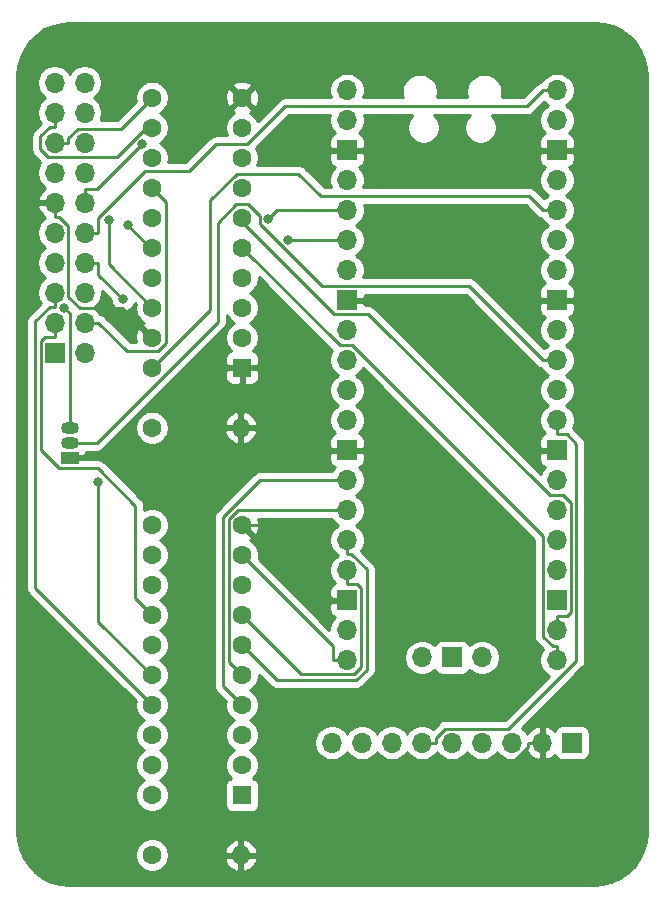
<source format=gbr>
G04 #@! TF.GenerationSoftware,KiCad,Pcbnew,5.1.5+dfsg1-2build2*
G04 #@! TF.CreationDate,2021-03-04T20:11:05+00:00*
G04 #@! TF.ProjectId,PicoMMC,5069636f-4d4d-4432-9e6b-696361645f70,rev?*
G04 #@! TF.SameCoordinates,Original*
G04 #@! TF.FileFunction,Copper,L2,Bot*
G04 #@! TF.FilePolarity,Positive*
%FSLAX46Y46*%
G04 Gerber Fmt 4.6, Leading zero omitted, Abs format (unit mm)*
G04 Created by KiCad (PCBNEW 5.1.5+dfsg1-2build2) date 2021-03-04 20:11:05*
%MOMM*%
%LPD*%
G04 APERTURE LIST*
%ADD10R,1.700000X1.700000*%
%ADD11O,1.700000X1.700000*%
%ADD12O,1.500000X1.050000*%
%ADD13R,1.500000X1.050000*%
%ADD14C,1.600000*%
%ADD15O,1.600000X1.600000*%
%ADD16R,1.600000X1.600000*%
%ADD17C,0.800000*%
%ADD18C,0.250000*%
%ADD19C,0.254000*%
G04 APERTURE END LIST*
D10*
X157480000Y-126365000D03*
D11*
X154940000Y-126365000D03*
X152400000Y-126365000D03*
X149860000Y-126365000D03*
X147320000Y-126365000D03*
X144780000Y-126365000D03*
X142240000Y-126365000D03*
X139700000Y-126365000D03*
X137160000Y-126365000D03*
D12*
X114935000Y-100965000D03*
X114935000Y-99695000D03*
D13*
X114935000Y-102235000D03*
D10*
X113665000Y-93345000D03*
D11*
X116205000Y-93345000D03*
X113665000Y-90805000D03*
X116205000Y-90805000D03*
X113665000Y-88265000D03*
X116205000Y-88265000D03*
X113665000Y-85725000D03*
X116205000Y-85725000D03*
X113665000Y-83185000D03*
X116205000Y-83185000D03*
X113665000Y-80645000D03*
X116205000Y-80645000D03*
X113665000Y-78105000D03*
X116205000Y-78105000D03*
X113665000Y-75565000D03*
X116205000Y-75565000D03*
X113665000Y-73025000D03*
X116205000Y-73025000D03*
X113665000Y-70485000D03*
X116205000Y-70485000D03*
D14*
X121920000Y-135890000D03*
D15*
X129420000Y-135890000D03*
D14*
X121920000Y-99695000D03*
D15*
X129420000Y-99695000D03*
D16*
X129540000Y-94615000D03*
D14*
X129540000Y-92075000D03*
X129540000Y-89535000D03*
X129540000Y-86995000D03*
X129540000Y-84455000D03*
X129540000Y-81915000D03*
X129540000Y-79375000D03*
X121920000Y-79375000D03*
X121920000Y-81915000D03*
X121920000Y-84455000D03*
X121920000Y-86995000D03*
X121920000Y-89535000D03*
X121920000Y-92075000D03*
X121920000Y-94615000D03*
X129540000Y-76835000D03*
X121920000Y-76835000D03*
X129540000Y-74295000D03*
X121920000Y-74295000D03*
X129540000Y-71755000D03*
X121920000Y-71755000D03*
D11*
X138430000Y-71120000D03*
X138430000Y-73660000D03*
D10*
X138430000Y-76200000D03*
D11*
X138430000Y-78740000D03*
X138430000Y-81280000D03*
X138430000Y-83820000D03*
X138430000Y-86360000D03*
D10*
X138430000Y-88900000D03*
D11*
X138430000Y-91440000D03*
X138430000Y-93980000D03*
X138430000Y-96520000D03*
X138430000Y-99060000D03*
D10*
X138430000Y-101600000D03*
D11*
X138430000Y-104140000D03*
X138430000Y-106680000D03*
X138430000Y-109220000D03*
X138430000Y-111760000D03*
D10*
X138430000Y-114300000D03*
D11*
X138430000Y-116840000D03*
X138430000Y-119380000D03*
X156210000Y-119380000D03*
X156210000Y-116840000D03*
D10*
X156210000Y-114300000D03*
D11*
X156210000Y-111760000D03*
X156210000Y-109220000D03*
X156210000Y-106680000D03*
X156210000Y-104140000D03*
D10*
X156210000Y-101600000D03*
D11*
X156210000Y-99060000D03*
X156210000Y-96520000D03*
X156210000Y-93980000D03*
X156210000Y-91440000D03*
D10*
X156210000Y-88900000D03*
D11*
X156210000Y-86360000D03*
X156210000Y-83820000D03*
X156210000Y-81280000D03*
X156210000Y-78740000D03*
D10*
X156210000Y-76200000D03*
D11*
X156210000Y-73660000D03*
X156210000Y-71120000D03*
X144780000Y-119150000D03*
D10*
X147320000Y-119150000D03*
D11*
X149860000Y-119150000D03*
D16*
X129540000Y-130810000D03*
D14*
X129540000Y-128270000D03*
X129540000Y-125730000D03*
X129540000Y-123190000D03*
X129540000Y-120650000D03*
X129540000Y-118110000D03*
X129540000Y-115570000D03*
X121920000Y-115570000D03*
X121920000Y-118110000D03*
X121920000Y-120650000D03*
X121920000Y-123190000D03*
X121920000Y-125730000D03*
X121920000Y-128270000D03*
X121920000Y-130810000D03*
X129540000Y-113030000D03*
X121920000Y-113030000D03*
X129540000Y-110490000D03*
X121920000Y-110490000D03*
X129540000Y-107950000D03*
X121920000Y-107950000D03*
D17*
X114467000Y-89535000D03*
X119871400Y-82564500D03*
X118236400Y-82104200D03*
X121076500Y-75693600D03*
X119477600Y-88829700D03*
X117380300Y-104293400D03*
X133422900Y-83811000D03*
X131777500Y-82023800D03*
D18*
X113665000Y-81820300D02*
X114032400Y-81820300D01*
X114032400Y-81820300D02*
X114840300Y-82628200D01*
X114840300Y-82628200D02*
X114840300Y-88601300D01*
X114840300Y-88601300D02*
X115794000Y-89555000D01*
X115794000Y-89555000D02*
X119400000Y-89555000D01*
X119400000Y-89555000D02*
X121920000Y-92075000D01*
X113665000Y-80645000D02*
X113665000Y-81820300D01*
X154940000Y-126365000D02*
X153764700Y-126365000D01*
X129420000Y-135890000D02*
X144607000Y-135890000D01*
X144607000Y-135890000D02*
X153764700Y-126732300D01*
X153764700Y-126732300D02*
X153764700Y-126365000D01*
X129420000Y-99695000D02*
X128294700Y-99695000D01*
X114935000Y-102235000D02*
X125754700Y-102235000D01*
X125754700Y-102235000D02*
X128294700Y-99695000D01*
X129420000Y-99695000D02*
X130545300Y-99695000D01*
X130545300Y-99695000D02*
X132450300Y-101600000D01*
X132450300Y-101600000D02*
X138430000Y-101600000D01*
X138430000Y-114300000D02*
X137254700Y-114300000D01*
X129540000Y-107950000D02*
X130904700Y-107950000D01*
X130904700Y-107950000D02*
X137254700Y-114300000D01*
X138430000Y-76200000D02*
X156210000Y-76200000D01*
X156210000Y-81280000D02*
X155034700Y-81280000D01*
X121920000Y-94615000D02*
X126842700Y-89692300D01*
X126842700Y-89692300D02*
X126842700Y-80446100D01*
X126842700Y-80446100D02*
X129084700Y-78204100D01*
X129084700Y-78204100D02*
X134313400Y-78204100D01*
X134313400Y-78204100D02*
X136214000Y-80104700D01*
X136214000Y-80104700D02*
X153859400Y-80104700D01*
X153859400Y-80104700D02*
X155034700Y-81280000D01*
X156210000Y-99060000D02*
X156210000Y-100235300D01*
X144780000Y-126365000D02*
X145955300Y-126365000D01*
X145955300Y-126365000D02*
X145955300Y-125997600D01*
X145955300Y-125997600D02*
X146763200Y-125189700D01*
X146763200Y-125189700D02*
X152095000Y-125189700D01*
X152095000Y-125189700D02*
X157855300Y-119429400D01*
X157855300Y-119429400D02*
X157855300Y-101072600D01*
X157855300Y-101072600D02*
X157018000Y-100235300D01*
X157018000Y-100235300D02*
X156210000Y-100235300D01*
X114935000Y-99695000D02*
X114935000Y-90003000D01*
X114935000Y-90003000D02*
X114467000Y-89535000D01*
X121920000Y-74295000D02*
X121407700Y-74295000D01*
X121407700Y-74295000D02*
X118956700Y-76746000D01*
X118956700Y-76746000D02*
X113087700Y-76746000D01*
X113087700Y-76746000D02*
X112464900Y-76123200D01*
X112464900Y-76123200D02*
X112464900Y-75033100D01*
X112464900Y-75033100D02*
X113297700Y-74200300D01*
X113297700Y-74200300D02*
X113665000Y-74200300D01*
X113665000Y-73025000D02*
X113665000Y-74200300D01*
X119871400Y-82564500D02*
X121761900Y-84455000D01*
X121761900Y-84455000D02*
X121920000Y-84455000D01*
X113665000Y-75565000D02*
X114840300Y-75565000D01*
X114840300Y-75565000D02*
X114840300Y-75197600D01*
X114840300Y-75197600D02*
X115648200Y-74389700D01*
X115648200Y-74389700D02*
X119285300Y-74389700D01*
X119285300Y-74389700D02*
X121920000Y-71755000D01*
X118236400Y-82104200D02*
X118236400Y-85851400D01*
X118236400Y-85851400D02*
X121920000Y-89535000D01*
X116205000Y-80645000D02*
X116205000Y-79469700D01*
X116205000Y-79469700D02*
X117300400Y-79469700D01*
X117300400Y-79469700D02*
X121076500Y-75693600D01*
X155034700Y-71120000D02*
X153670100Y-72484600D01*
X153670100Y-72484600D02*
X133205400Y-72484600D01*
X133205400Y-72484600D02*
X129980400Y-75709600D01*
X129980400Y-75709600D02*
X127336000Y-75709600D01*
X127336000Y-75709600D02*
X125066600Y-77979000D01*
X125066600Y-77979000D02*
X121335900Y-77979000D01*
X121335900Y-77979000D02*
X117380300Y-81934600D01*
X117380300Y-81934600D02*
X117380300Y-83185000D01*
X156210000Y-71120000D02*
X155034700Y-71120000D01*
X116205000Y-83185000D02*
X117380300Y-83185000D01*
X116205000Y-85725000D02*
X117380300Y-85725000D01*
X117380300Y-85725000D02*
X117380300Y-86732400D01*
X117380300Y-86732400D02*
X119477600Y-88829700D01*
X121920000Y-120650000D02*
X117380300Y-116110300D01*
X117380300Y-116110300D02*
X117380300Y-104293400D01*
X113665000Y-89440300D02*
X113297700Y-89440300D01*
X113297700Y-89440300D02*
X112039300Y-90698700D01*
X112039300Y-90698700D02*
X112039300Y-113309300D01*
X112039300Y-113309300D02*
X121920000Y-123190000D01*
X113665000Y-88265000D02*
X113665000Y-89440300D01*
X116205000Y-90805000D02*
X117380300Y-90805000D01*
X117380300Y-90805000D02*
X119814600Y-93239300D01*
X119814600Y-93239300D02*
X122407600Y-93239300D01*
X122407600Y-93239300D02*
X123102800Y-92544100D01*
X123102800Y-92544100D02*
X123102800Y-80557800D01*
X123102800Y-80557800D02*
X121920000Y-79375000D01*
X113665000Y-90805000D02*
X113665000Y-91980300D01*
X113665000Y-91980300D02*
X112856900Y-91980300D01*
X112856900Y-91980300D02*
X112489700Y-92347500D01*
X112489700Y-92347500D02*
X112489700Y-101579700D01*
X112489700Y-101579700D02*
X114036600Y-103126600D01*
X114036600Y-103126600D02*
X117340000Y-103126600D01*
X117340000Y-103126600D02*
X120505400Y-106292000D01*
X120505400Y-106292000D02*
X120505400Y-114155400D01*
X120505400Y-114155400D02*
X121920000Y-115570000D01*
X114935000Y-100965000D02*
X117227200Y-100965000D01*
X117227200Y-100965000D02*
X127480600Y-90711600D01*
X127480600Y-90711600D02*
X127480600Y-82326600D01*
X127480600Y-82326600D02*
X129053700Y-80753500D01*
X129053700Y-80753500D02*
X130027900Y-80753500D01*
X130027900Y-80753500D02*
X131052200Y-81777800D01*
X131052200Y-81777800D02*
X131052200Y-82466000D01*
X131052200Y-82466000D02*
X136310800Y-87724600D01*
X136310800Y-87724600D02*
X148779300Y-87724600D01*
X148779300Y-87724600D02*
X155034700Y-93980000D01*
X156210000Y-93980000D02*
X155034700Y-93980000D01*
X138430000Y-119380000D02*
X137254700Y-119380000D01*
X129540000Y-110490000D02*
X137254700Y-118204700D01*
X137254700Y-118204700D02*
X137254700Y-119380000D01*
X138430000Y-112935300D02*
X139238100Y-112935300D01*
X139238100Y-112935300D02*
X139605300Y-113302500D01*
X139605300Y-113302500D02*
X139605300Y-119980000D01*
X139605300Y-119980000D02*
X139025000Y-120560300D01*
X139025000Y-120560300D02*
X134530300Y-120560300D01*
X134530300Y-120560300D02*
X129540000Y-115570000D01*
X138430000Y-111760000D02*
X138430000Y-112935300D01*
X138430000Y-109220000D02*
X138430000Y-110395300D01*
X129540000Y-118110000D02*
X132467800Y-121037800D01*
X132467800Y-121037800D02*
X139227000Y-121037800D01*
X139227000Y-121037800D02*
X140093700Y-120171100D01*
X140093700Y-120171100D02*
X140093700Y-111691700D01*
X140093700Y-111691700D02*
X138797300Y-110395300D01*
X138797300Y-110395300D02*
X138430000Y-110395300D01*
X129540000Y-120650000D02*
X128409400Y-119519400D01*
X128409400Y-119519400D02*
X128409400Y-107470200D01*
X128409400Y-107470200D02*
X129199600Y-106680000D01*
X129199600Y-106680000D02*
X138430000Y-106680000D01*
X129540000Y-123190000D02*
X127915700Y-121565700D01*
X127915700Y-121565700D02*
X127915700Y-107279200D01*
X127915700Y-107279200D02*
X131054900Y-104140000D01*
X131054900Y-104140000D02*
X138430000Y-104140000D01*
X156210000Y-119380000D02*
X156210000Y-118204700D01*
X129540000Y-84455000D02*
X137795000Y-92710000D01*
X137795000Y-92710000D02*
X138855800Y-92710000D01*
X138855800Y-92710000D02*
X155034700Y-108888900D01*
X155034700Y-108888900D02*
X155034700Y-117396800D01*
X155034700Y-117396800D02*
X155842600Y-118204700D01*
X155842600Y-118204700D02*
X156210000Y-118204700D01*
X156210000Y-116840000D02*
X156210000Y-115664700D01*
X129540000Y-81915000D02*
X129540000Y-82248500D01*
X129540000Y-82248500D02*
X137366900Y-90075400D01*
X137366900Y-90075400D02*
X140245100Y-90075400D01*
X140245100Y-90075400D02*
X155579700Y-105410000D01*
X155579700Y-105410000D02*
X156708300Y-105410000D01*
X156708300Y-105410000D02*
X157385300Y-106087000D01*
X157385300Y-106087000D02*
X157385300Y-115297500D01*
X157385300Y-115297500D02*
X157018100Y-115664700D01*
X157018100Y-115664700D02*
X156210000Y-115664700D01*
X138430000Y-83820000D02*
X137254700Y-83820000D01*
X133422900Y-83811000D02*
X137245700Y-83811000D01*
X137245700Y-83811000D02*
X137254700Y-83820000D01*
X131777500Y-82023800D02*
X132521300Y-81280000D01*
X132521300Y-81280000D02*
X138430000Y-81280000D01*
D19*
G36*
X160167249Y-65502437D02*
G01*
X160924774Y-65709672D01*
X161633625Y-66047777D01*
X162271404Y-66506067D01*
X162817946Y-67070055D01*
X163255977Y-67721913D01*
X163571651Y-68441038D01*
X163756206Y-69209768D01*
X163805000Y-69874207D01*
X163805001Y-133955597D01*
X163732563Y-134767249D01*
X163525328Y-135524774D01*
X163187221Y-136233627D01*
X162728928Y-136871410D01*
X162164945Y-137417946D01*
X161513085Y-137855978D01*
X160793963Y-138171651D01*
X160025232Y-138356206D01*
X159360792Y-138405000D01*
X114964392Y-138405000D01*
X114152751Y-138332563D01*
X113395226Y-138125328D01*
X112686373Y-137787221D01*
X112048590Y-137328928D01*
X111502054Y-136764945D01*
X111064022Y-136113085D01*
X110904053Y-135748665D01*
X120485000Y-135748665D01*
X120485000Y-136031335D01*
X120540147Y-136308574D01*
X120648320Y-136569727D01*
X120805363Y-136804759D01*
X121005241Y-137004637D01*
X121240273Y-137161680D01*
X121501426Y-137269853D01*
X121778665Y-137325000D01*
X122061335Y-137325000D01*
X122338574Y-137269853D01*
X122599727Y-137161680D01*
X122834759Y-137004637D01*
X123034637Y-136804759D01*
X123191680Y-136569727D01*
X123299853Y-136308574D01*
X123313684Y-136239039D01*
X128028096Y-136239039D01*
X128068754Y-136373087D01*
X128188963Y-136627420D01*
X128356481Y-136853414D01*
X128564869Y-137042385D01*
X128806119Y-137187070D01*
X129070960Y-137281909D01*
X129293000Y-137160624D01*
X129293000Y-136017000D01*
X129547000Y-136017000D01*
X129547000Y-137160624D01*
X129769040Y-137281909D01*
X130033881Y-137187070D01*
X130275131Y-137042385D01*
X130483519Y-136853414D01*
X130651037Y-136627420D01*
X130771246Y-136373087D01*
X130811904Y-136239039D01*
X130689915Y-136017000D01*
X129547000Y-136017000D01*
X129293000Y-136017000D01*
X128150085Y-136017000D01*
X128028096Y-136239039D01*
X123313684Y-136239039D01*
X123355000Y-136031335D01*
X123355000Y-135748665D01*
X123313685Y-135540961D01*
X128028096Y-135540961D01*
X128150085Y-135763000D01*
X129293000Y-135763000D01*
X129293000Y-134619376D01*
X129547000Y-134619376D01*
X129547000Y-135763000D01*
X130689915Y-135763000D01*
X130811904Y-135540961D01*
X130771246Y-135406913D01*
X130651037Y-135152580D01*
X130483519Y-134926586D01*
X130275131Y-134737615D01*
X130033881Y-134592930D01*
X129769040Y-134498091D01*
X129547000Y-134619376D01*
X129293000Y-134619376D01*
X129070960Y-134498091D01*
X128806119Y-134592930D01*
X128564869Y-134737615D01*
X128356481Y-134926586D01*
X128188963Y-135152580D01*
X128068754Y-135406913D01*
X128028096Y-135540961D01*
X123313685Y-135540961D01*
X123299853Y-135471426D01*
X123191680Y-135210273D01*
X123034637Y-134975241D01*
X122834759Y-134775363D01*
X122599727Y-134618320D01*
X122338574Y-134510147D01*
X122061335Y-134455000D01*
X121778665Y-134455000D01*
X121501426Y-134510147D01*
X121240273Y-134618320D01*
X121005241Y-134775363D01*
X120805363Y-134975241D01*
X120648320Y-135210273D01*
X120540147Y-135471426D01*
X120485000Y-135748665D01*
X110904053Y-135748665D01*
X110748349Y-135393963D01*
X110563794Y-134625232D01*
X110515000Y-133960792D01*
X110515000Y-90698700D01*
X111275624Y-90698700D01*
X111279300Y-90736022D01*
X111279301Y-113271967D01*
X111275624Y-113309300D01*
X111279301Y-113346633D01*
X111290298Y-113458286D01*
X111303480Y-113501742D01*
X111333754Y-113601546D01*
X111404326Y-113733576D01*
X111475501Y-113820302D01*
X111499300Y-113849301D01*
X111528298Y-113873099D01*
X120521312Y-122866114D01*
X120485000Y-123048665D01*
X120485000Y-123331335D01*
X120540147Y-123608574D01*
X120648320Y-123869727D01*
X120805363Y-124104759D01*
X121005241Y-124304637D01*
X121237759Y-124460000D01*
X121005241Y-124615363D01*
X120805363Y-124815241D01*
X120648320Y-125050273D01*
X120540147Y-125311426D01*
X120485000Y-125588665D01*
X120485000Y-125871335D01*
X120540147Y-126148574D01*
X120648320Y-126409727D01*
X120805363Y-126644759D01*
X121005241Y-126844637D01*
X121237759Y-127000000D01*
X121005241Y-127155363D01*
X120805363Y-127355241D01*
X120648320Y-127590273D01*
X120540147Y-127851426D01*
X120485000Y-128128665D01*
X120485000Y-128411335D01*
X120540147Y-128688574D01*
X120648320Y-128949727D01*
X120805363Y-129184759D01*
X121005241Y-129384637D01*
X121237759Y-129540000D01*
X121005241Y-129695363D01*
X120805363Y-129895241D01*
X120648320Y-130130273D01*
X120540147Y-130391426D01*
X120485000Y-130668665D01*
X120485000Y-130951335D01*
X120540147Y-131228574D01*
X120648320Y-131489727D01*
X120805363Y-131724759D01*
X121005241Y-131924637D01*
X121240273Y-132081680D01*
X121501426Y-132189853D01*
X121778665Y-132245000D01*
X122061335Y-132245000D01*
X122338574Y-132189853D01*
X122599727Y-132081680D01*
X122834759Y-131924637D01*
X123034637Y-131724759D01*
X123191680Y-131489727D01*
X123299853Y-131228574D01*
X123355000Y-130951335D01*
X123355000Y-130668665D01*
X123299853Y-130391426D01*
X123191680Y-130130273D01*
X123034637Y-129895241D01*
X122834759Y-129695363D01*
X122602241Y-129540000D01*
X122834759Y-129384637D01*
X123034637Y-129184759D01*
X123191680Y-128949727D01*
X123299853Y-128688574D01*
X123355000Y-128411335D01*
X123355000Y-128128665D01*
X123299853Y-127851426D01*
X123191680Y-127590273D01*
X123034637Y-127355241D01*
X122834759Y-127155363D01*
X122602241Y-127000000D01*
X122834759Y-126844637D01*
X123034637Y-126644759D01*
X123191680Y-126409727D01*
X123299853Y-126148574D01*
X123355000Y-125871335D01*
X123355000Y-125588665D01*
X123299853Y-125311426D01*
X123191680Y-125050273D01*
X123034637Y-124815241D01*
X122834759Y-124615363D01*
X122602241Y-124460000D01*
X122834759Y-124304637D01*
X123034637Y-124104759D01*
X123191680Y-123869727D01*
X123299853Y-123608574D01*
X123355000Y-123331335D01*
X123355000Y-123048665D01*
X123299853Y-122771426D01*
X123191680Y-122510273D01*
X123034637Y-122275241D01*
X122834759Y-122075363D01*
X122602241Y-121920000D01*
X122834759Y-121764637D01*
X123034637Y-121564759D01*
X123191680Y-121329727D01*
X123299853Y-121068574D01*
X123355000Y-120791335D01*
X123355000Y-120508665D01*
X123299853Y-120231426D01*
X123191680Y-119970273D01*
X123034637Y-119735241D01*
X122834759Y-119535363D01*
X122602241Y-119380000D01*
X122834759Y-119224637D01*
X123034637Y-119024759D01*
X123191680Y-118789727D01*
X123299853Y-118528574D01*
X123355000Y-118251335D01*
X123355000Y-117968665D01*
X123299853Y-117691426D01*
X123191680Y-117430273D01*
X123034637Y-117195241D01*
X122834759Y-116995363D01*
X122602241Y-116840000D01*
X122834759Y-116684637D01*
X123034637Y-116484759D01*
X123191680Y-116249727D01*
X123299853Y-115988574D01*
X123355000Y-115711335D01*
X123355000Y-115428665D01*
X123299853Y-115151426D01*
X123191680Y-114890273D01*
X123034637Y-114655241D01*
X122834759Y-114455363D01*
X122602241Y-114300000D01*
X122834759Y-114144637D01*
X123034637Y-113944759D01*
X123191680Y-113709727D01*
X123299853Y-113448574D01*
X123355000Y-113171335D01*
X123355000Y-112888665D01*
X123299853Y-112611426D01*
X123191680Y-112350273D01*
X123034637Y-112115241D01*
X122834759Y-111915363D01*
X122602241Y-111760000D01*
X122834759Y-111604637D01*
X123034637Y-111404759D01*
X123191680Y-111169727D01*
X123299853Y-110908574D01*
X123355000Y-110631335D01*
X123355000Y-110348665D01*
X123299853Y-110071426D01*
X123191680Y-109810273D01*
X123034637Y-109575241D01*
X122834759Y-109375363D01*
X122602241Y-109220000D01*
X122834759Y-109064637D01*
X123034637Y-108864759D01*
X123191680Y-108629727D01*
X123299853Y-108368574D01*
X123355000Y-108091335D01*
X123355000Y-107808665D01*
X123299853Y-107531426D01*
X123195378Y-107279200D01*
X127152024Y-107279200D01*
X127155701Y-107316532D01*
X127155700Y-121528378D01*
X127152024Y-121565700D01*
X127155700Y-121603022D01*
X127155700Y-121603032D01*
X127166697Y-121714685D01*
X127195655Y-121810147D01*
X127210154Y-121857946D01*
X127280726Y-121989976D01*
X127313453Y-122029853D01*
X127375699Y-122105701D01*
X127404703Y-122129504D01*
X128141312Y-122866114D01*
X128105000Y-123048665D01*
X128105000Y-123331335D01*
X128160147Y-123608574D01*
X128268320Y-123869727D01*
X128425363Y-124104759D01*
X128625241Y-124304637D01*
X128857759Y-124460000D01*
X128625241Y-124615363D01*
X128425363Y-124815241D01*
X128268320Y-125050273D01*
X128160147Y-125311426D01*
X128105000Y-125588665D01*
X128105000Y-125871335D01*
X128160147Y-126148574D01*
X128268320Y-126409727D01*
X128425363Y-126644759D01*
X128625241Y-126844637D01*
X128857759Y-127000000D01*
X128625241Y-127155363D01*
X128425363Y-127355241D01*
X128268320Y-127590273D01*
X128160147Y-127851426D01*
X128105000Y-128128665D01*
X128105000Y-128411335D01*
X128160147Y-128688574D01*
X128268320Y-128949727D01*
X128425363Y-129184759D01*
X128623961Y-129383357D01*
X128615518Y-129384188D01*
X128495820Y-129420498D01*
X128385506Y-129479463D01*
X128288815Y-129558815D01*
X128209463Y-129655506D01*
X128150498Y-129765820D01*
X128114188Y-129885518D01*
X128101928Y-130010000D01*
X128101928Y-131610000D01*
X128114188Y-131734482D01*
X128150498Y-131854180D01*
X128209463Y-131964494D01*
X128288815Y-132061185D01*
X128385506Y-132140537D01*
X128495820Y-132199502D01*
X128615518Y-132235812D01*
X128740000Y-132248072D01*
X130340000Y-132248072D01*
X130464482Y-132235812D01*
X130584180Y-132199502D01*
X130694494Y-132140537D01*
X130791185Y-132061185D01*
X130870537Y-131964494D01*
X130929502Y-131854180D01*
X130965812Y-131734482D01*
X130978072Y-131610000D01*
X130978072Y-130010000D01*
X130965812Y-129885518D01*
X130929502Y-129765820D01*
X130870537Y-129655506D01*
X130791185Y-129558815D01*
X130694494Y-129479463D01*
X130584180Y-129420498D01*
X130464482Y-129384188D01*
X130456039Y-129383357D01*
X130654637Y-129184759D01*
X130811680Y-128949727D01*
X130919853Y-128688574D01*
X130975000Y-128411335D01*
X130975000Y-128128665D01*
X130919853Y-127851426D01*
X130811680Y-127590273D01*
X130654637Y-127355241D01*
X130454759Y-127155363D01*
X130222241Y-127000000D01*
X130454759Y-126844637D01*
X130654637Y-126644759D01*
X130811680Y-126409727D01*
X130919853Y-126148574D01*
X130975000Y-125871335D01*
X130975000Y-125588665D01*
X130919853Y-125311426D01*
X130811680Y-125050273D01*
X130654637Y-124815241D01*
X130454759Y-124615363D01*
X130222241Y-124460000D01*
X130454759Y-124304637D01*
X130654637Y-124104759D01*
X130811680Y-123869727D01*
X130919853Y-123608574D01*
X130975000Y-123331335D01*
X130975000Y-123048665D01*
X130919853Y-122771426D01*
X130811680Y-122510273D01*
X130654637Y-122275241D01*
X130454759Y-122075363D01*
X130222241Y-121920000D01*
X130454759Y-121764637D01*
X130654637Y-121564759D01*
X130811680Y-121329727D01*
X130919853Y-121068574D01*
X130975000Y-120791335D01*
X130975000Y-120619802D01*
X131904005Y-121548808D01*
X131927799Y-121577801D01*
X131956792Y-121601595D01*
X131956796Y-121601599D01*
X132027485Y-121659611D01*
X132043524Y-121672774D01*
X132175553Y-121743346D01*
X132318814Y-121786803D01*
X132430467Y-121797800D01*
X132430476Y-121797800D01*
X132467799Y-121801476D01*
X132505122Y-121797800D01*
X139189678Y-121797800D01*
X139227000Y-121801476D01*
X139264322Y-121797800D01*
X139264333Y-121797800D01*
X139375986Y-121786803D01*
X139519247Y-121743346D01*
X139651276Y-121672774D01*
X139767001Y-121577801D01*
X139790803Y-121548798D01*
X140604704Y-120734898D01*
X140633701Y-120711101D01*
X140660032Y-120679017D01*
X140728674Y-120595377D01*
X140799246Y-120463347D01*
X140815029Y-120411315D01*
X140842703Y-120320086D01*
X140853700Y-120208433D01*
X140853700Y-120208423D01*
X140857376Y-120171100D01*
X140853700Y-120133777D01*
X140853700Y-119003740D01*
X143295000Y-119003740D01*
X143295000Y-119296260D01*
X143352068Y-119583158D01*
X143464010Y-119853411D01*
X143626525Y-120096632D01*
X143833368Y-120303475D01*
X144076589Y-120465990D01*
X144346842Y-120577932D01*
X144633740Y-120635000D01*
X144926260Y-120635000D01*
X145213158Y-120577932D01*
X145483411Y-120465990D01*
X145726632Y-120303475D01*
X145858487Y-120171620D01*
X145880498Y-120244180D01*
X145939463Y-120354494D01*
X146018815Y-120451185D01*
X146115506Y-120530537D01*
X146225820Y-120589502D01*
X146345518Y-120625812D01*
X146470000Y-120638072D01*
X148170000Y-120638072D01*
X148294482Y-120625812D01*
X148414180Y-120589502D01*
X148524494Y-120530537D01*
X148621185Y-120451185D01*
X148700537Y-120354494D01*
X148759502Y-120244180D01*
X148781513Y-120171620D01*
X148913368Y-120303475D01*
X149156589Y-120465990D01*
X149426842Y-120577932D01*
X149713740Y-120635000D01*
X150006260Y-120635000D01*
X150293158Y-120577932D01*
X150563411Y-120465990D01*
X150806632Y-120303475D01*
X151013475Y-120096632D01*
X151175990Y-119853411D01*
X151287932Y-119583158D01*
X151345000Y-119296260D01*
X151345000Y-119003740D01*
X151287932Y-118716842D01*
X151175990Y-118446589D01*
X151013475Y-118203368D01*
X150806632Y-117996525D01*
X150563411Y-117834010D01*
X150293158Y-117722068D01*
X150006260Y-117665000D01*
X149713740Y-117665000D01*
X149426842Y-117722068D01*
X149156589Y-117834010D01*
X148913368Y-117996525D01*
X148781513Y-118128380D01*
X148759502Y-118055820D01*
X148700537Y-117945506D01*
X148621185Y-117848815D01*
X148524494Y-117769463D01*
X148414180Y-117710498D01*
X148294482Y-117674188D01*
X148170000Y-117661928D01*
X146470000Y-117661928D01*
X146345518Y-117674188D01*
X146225820Y-117710498D01*
X146115506Y-117769463D01*
X146018815Y-117848815D01*
X145939463Y-117945506D01*
X145880498Y-118055820D01*
X145858487Y-118128380D01*
X145726632Y-117996525D01*
X145483411Y-117834010D01*
X145213158Y-117722068D01*
X144926260Y-117665000D01*
X144633740Y-117665000D01*
X144346842Y-117722068D01*
X144076589Y-117834010D01*
X143833368Y-117996525D01*
X143626525Y-118203368D01*
X143464010Y-118446589D01*
X143352068Y-118716842D01*
X143295000Y-119003740D01*
X140853700Y-119003740D01*
X140853700Y-111729022D01*
X140857376Y-111691699D01*
X140853700Y-111654376D01*
X140853700Y-111654367D01*
X140842703Y-111542714D01*
X140799246Y-111399453D01*
X140728674Y-111267424D01*
X140715511Y-111251385D01*
X140657499Y-111180696D01*
X140657495Y-111180692D01*
X140633701Y-111151699D01*
X140604708Y-111127905D01*
X139607491Y-110130690D01*
X139745990Y-109923411D01*
X139857932Y-109653158D01*
X139915000Y-109366260D01*
X139915000Y-109073740D01*
X139857932Y-108786842D01*
X139745990Y-108516589D01*
X139583475Y-108273368D01*
X139376632Y-108066525D01*
X139202240Y-107950000D01*
X139376632Y-107833475D01*
X139583475Y-107626632D01*
X139745990Y-107383411D01*
X139857932Y-107113158D01*
X139915000Y-106826260D01*
X139915000Y-106533740D01*
X139857932Y-106246842D01*
X139745990Y-105976589D01*
X139583475Y-105733368D01*
X139376632Y-105526525D01*
X139202240Y-105410000D01*
X139376632Y-105293475D01*
X139583475Y-105086632D01*
X139745990Y-104843411D01*
X139857932Y-104573158D01*
X139915000Y-104286260D01*
X139915000Y-103993740D01*
X139857932Y-103706842D01*
X139745990Y-103436589D01*
X139583475Y-103193368D01*
X139451620Y-103061513D01*
X139524180Y-103039502D01*
X139634494Y-102980537D01*
X139731185Y-102901185D01*
X139810537Y-102804494D01*
X139869502Y-102694180D01*
X139905812Y-102574482D01*
X139918072Y-102450000D01*
X139915000Y-101885750D01*
X139756250Y-101727000D01*
X138557000Y-101727000D01*
X138557000Y-101747000D01*
X138303000Y-101747000D01*
X138303000Y-101727000D01*
X137103750Y-101727000D01*
X136945000Y-101885750D01*
X136941928Y-102450000D01*
X136954188Y-102574482D01*
X136990498Y-102694180D01*
X137049463Y-102804494D01*
X137128815Y-102901185D01*
X137225506Y-102980537D01*
X137335820Y-103039502D01*
X137408380Y-103061513D01*
X137276525Y-103193368D01*
X137151822Y-103380000D01*
X131092222Y-103380000D01*
X131054899Y-103376324D01*
X131017576Y-103380000D01*
X131017567Y-103380000D01*
X130905914Y-103390997D01*
X130762653Y-103434454D01*
X130630624Y-103505026D01*
X130514899Y-103599999D01*
X130491101Y-103628997D01*
X127404698Y-106715401D01*
X127375700Y-106739199D01*
X127351902Y-106768197D01*
X127351901Y-106768198D01*
X127280726Y-106854924D01*
X127210154Y-106986954D01*
X127166698Y-107130215D01*
X127152024Y-107279200D01*
X123195378Y-107279200D01*
X123191680Y-107270273D01*
X123034637Y-107035241D01*
X122834759Y-106835363D01*
X122599727Y-106678320D01*
X122338574Y-106570147D01*
X122061335Y-106515000D01*
X121778665Y-106515000D01*
X121501426Y-106570147D01*
X121265400Y-106667912D01*
X121265400Y-106329333D01*
X121269077Y-106292000D01*
X121254403Y-106143014D01*
X121210946Y-105999753D01*
X121140374Y-105867724D01*
X121069199Y-105780997D01*
X121045401Y-105751999D01*
X121016404Y-105728202D01*
X117903804Y-102615603D01*
X117880001Y-102586599D01*
X117764276Y-102491626D01*
X117632247Y-102421054D01*
X117488986Y-102377597D01*
X117377333Y-102366600D01*
X117377322Y-102366600D01*
X117340000Y-102362924D01*
X117302678Y-102366600D01*
X116165850Y-102366600D01*
X116161250Y-102362000D01*
X115062000Y-102362000D01*
X115062000Y-102366600D01*
X114808000Y-102366600D01*
X114808000Y-102362000D01*
X114788000Y-102362000D01*
X114788000Y-102125000D01*
X115216979Y-102125000D01*
X115387400Y-102108215D01*
X115388109Y-102108000D01*
X116161250Y-102108000D01*
X116320000Y-101949250D01*
X116322879Y-101725000D01*
X117189878Y-101725000D01*
X117227200Y-101728676D01*
X117264522Y-101725000D01*
X117264533Y-101725000D01*
X117376186Y-101714003D01*
X117519447Y-101670546D01*
X117651476Y-101599974D01*
X117767201Y-101505001D01*
X117791004Y-101475997D01*
X119713336Y-99553665D01*
X120485000Y-99553665D01*
X120485000Y-99836335D01*
X120540147Y-100113574D01*
X120648320Y-100374727D01*
X120805363Y-100609759D01*
X121005241Y-100809637D01*
X121240273Y-100966680D01*
X121501426Y-101074853D01*
X121778665Y-101130000D01*
X122061335Y-101130000D01*
X122338574Y-101074853D01*
X122599727Y-100966680D01*
X122834759Y-100809637D01*
X123034637Y-100609759D01*
X123191680Y-100374727D01*
X123299853Y-100113574D01*
X123313684Y-100044039D01*
X128028096Y-100044039D01*
X128068754Y-100178087D01*
X128188963Y-100432420D01*
X128356481Y-100658414D01*
X128564869Y-100847385D01*
X128806119Y-100992070D01*
X129070960Y-101086909D01*
X129293000Y-100965624D01*
X129293000Y-99822000D01*
X129547000Y-99822000D01*
X129547000Y-100965624D01*
X129769040Y-101086909D01*
X130033881Y-100992070D01*
X130275131Y-100847385D01*
X130483519Y-100658414D01*
X130651037Y-100432420D01*
X130771246Y-100178087D01*
X130811904Y-100044039D01*
X130689915Y-99822000D01*
X129547000Y-99822000D01*
X129293000Y-99822000D01*
X128150085Y-99822000D01*
X128028096Y-100044039D01*
X123313684Y-100044039D01*
X123355000Y-99836335D01*
X123355000Y-99553665D01*
X123313685Y-99345961D01*
X128028096Y-99345961D01*
X128150085Y-99568000D01*
X129293000Y-99568000D01*
X129293000Y-98424376D01*
X129547000Y-98424376D01*
X129547000Y-99568000D01*
X130689915Y-99568000D01*
X130811904Y-99345961D01*
X130771246Y-99211913D01*
X130651037Y-98957580D01*
X130483519Y-98731586D01*
X130275131Y-98542615D01*
X130033881Y-98397930D01*
X129769040Y-98303091D01*
X129547000Y-98424376D01*
X129293000Y-98424376D01*
X129070960Y-98303091D01*
X128806119Y-98397930D01*
X128564869Y-98542615D01*
X128356481Y-98731586D01*
X128188963Y-98957580D01*
X128068754Y-99211913D01*
X128028096Y-99345961D01*
X123313685Y-99345961D01*
X123299853Y-99276426D01*
X123191680Y-99015273D01*
X123034637Y-98780241D01*
X122834759Y-98580363D01*
X122599727Y-98423320D01*
X122338574Y-98315147D01*
X122061335Y-98260000D01*
X121778665Y-98260000D01*
X121501426Y-98315147D01*
X121240273Y-98423320D01*
X121005241Y-98580363D01*
X120805363Y-98780241D01*
X120648320Y-99015273D01*
X120540147Y-99276426D01*
X120485000Y-99553665D01*
X119713336Y-99553665D01*
X123852001Y-95415000D01*
X128101928Y-95415000D01*
X128114188Y-95539482D01*
X128150498Y-95659180D01*
X128209463Y-95769494D01*
X128288815Y-95866185D01*
X128385506Y-95945537D01*
X128495820Y-96004502D01*
X128615518Y-96040812D01*
X128740000Y-96053072D01*
X129254250Y-96050000D01*
X129413000Y-95891250D01*
X129413000Y-94742000D01*
X129667000Y-94742000D01*
X129667000Y-95891250D01*
X129825750Y-96050000D01*
X130340000Y-96053072D01*
X130464482Y-96040812D01*
X130584180Y-96004502D01*
X130694494Y-95945537D01*
X130791185Y-95866185D01*
X130870537Y-95769494D01*
X130929502Y-95659180D01*
X130965812Y-95539482D01*
X130978072Y-95415000D01*
X130975000Y-94900750D01*
X130816250Y-94742000D01*
X129667000Y-94742000D01*
X129413000Y-94742000D01*
X128263750Y-94742000D01*
X128105000Y-94900750D01*
X128101928Y-95415000D01*
X123852001Y-95415000D01*
X127991604Y-91275398D01*
X128020601Y-91251601D01*
X128115574Y-91135876D01*
X128186146Y-91003847D01*
X128229603Y-90860586D01*
X128240600Y-90748933D01*
X128240600Y-90748924D01*
X128244276Y-90711601D01*
X128240600Y-90674278D01*
X128240600Y-90147805D01*
X128268320Y-90214727D01*
X128425363Y-90449759D01*
X128625241Y-90649637D01*
X128857759Y-90805000D01*
X128625241Y-90960363D01*
X128425363Y-91160241D01*
X128268320Y-91395273D01*
X128160147Y-91656426D01*
X128105000Y-91933665D01*
X128105000Y-92216335D01*
X128160147Y-92493574D01*
X128268320Y-92754727D01*
X128425363Y-92989759D01*
X128623961Y-93188357D01*
X128615518Y-93189188D01*
X128495820Y-93225498D01*
X128385506Y-93284463D01*
X128288815Y-93363815D01*
X128209463Y-93460506D01*
X128150498Y-93570820D01*
X128114188Y-93690518D01*
X128101928Y-93815000D01*
X128105000Y-94329250D01*
X128263750Y-94488000D01*
X129413000Y-94488000D01*
X129413000Y-94468000D01*
X129667000Y-94468000D01*
X129667000Y-94488000D01*
X130816250Y-94488000D01*
X130975000Y-94329250D01*
X130978072Y-93815000D01*
X130965812Y-93690518D01*
X130929502Y-93570820D01*
X130870537Y-93460506D01*
X130791185Y-93363815D01*
X130694494Y-93284463D01*
X130584180Y-93225498D01*
X130464482Y-93189188D01*
X130456039Y-93188357D01*
X130654637Y-92989759D01*
X130811680Y-92754727D01*
X130919853Y-92493574D01*
X130975000Y-92216335D01*
X130975000Y-91933665D01*
X130919853Y-91656426D01*
X130811680Y-91395273D01*
X130654637Y-91160241D01*
X130454759Y-90960363D01*
X130222241Y-90805000D01*
X130454759Y-90649637D01*
X130654637Y-90449759D01*
X130811680Y-90214727D01*
X130919853Y-89953574D01*
X130975000Y-89676335D01*
X130975000Y-89393665D01*
X130919853Y-89116426D01*
X130811680Y-88855273D01*
X130654637Y-88620241D01*
X130454759Y-88420363D01*
X130222241Y-88265000D01*
X130454759Y-88109637D01*
X130654637Y-87909759D01*
X130811680Y-87674727D01*
X130919853Y-87413574D01*
X130975000Y-87136335D01*
X130975000Y-86964801D01*
X137183215Y-93173017D01*
X137114010Y-93276589D01*
X137002068Y-93546842D01*
X136945000Y-93833740D01*
X136945000Y-94126260D01*
X137002068Y-94413158D01*
X137114010Y-94683411D01*
X137276525Y-94926632D01*
X137483368Y-95133475D01*
X137657760Y-95250000D01*
X137483368Y-95366525D01*
X137276525Y-95573368D01*
X137114010Y-95816589D01*
X137002068Y-96086842D01*
X136945000Y-96373740D01*
X136945000Y-96666260D01*
X137002068Y-96953158D01*
X137114010Y-97223411D01*
X137276525Y-97466632D01*
X137483368Y-97673475D01*
X137657760Y-97790000D01*
X137483368Y-97906525D01*
X137276525Y-98113368D01*
X137114010Y-98356589D01*
X137002068Y-98626842D01*
X136945000Y-98913740D01*
X136945000Y-99206260D01*
X137002068Y-99493158D01*
X137114010Y-99763411D01*
X137276525Y-100006632D01*
X137408380Y-100138487D01*
X137335820Y-100160498D01*
X137225506Y-100219463D01*
X137128815Y-100298815D01*
X137049463Y-100395506D01*
X136990498Y-100505820D01*
X136954188Y-100625518D01*
X136941928Y-100750000D01*
X136945000Y-101314250D01*
X137103750Y-101473000D01*
X138303000Y-101473000D01*
X138303000Y-101453000D01*
X138557000Y-101453000D01*
X138557000Y-101473000D01*
X139756250Y-101473000D01*
X139915000Y-101314250D01*
X139918072Y-100750000D01*
X139905812Y-100625518D01*
X139869502Y-100505820D01*
X139810537Y-100395506D01*
X139731185Y-100298815D01*
X139634494Y-100219463D01*
X139524180Y-100160498D01*
X139451620Y-100138487D01*
X139583475Y-100006632D01*
X139745990Y-99763411D01*
X139857932Y-99493158D01*
X139915000Y-99206260D01*
X139915000Y-98913740D01*
X139857932Y-98626842D01*
X139745990Y-98356589D01*
X139583475Y-98113368D01*
X139376632Y-97906525D01*
X139202240Y-97790000D01*
X139376632Y-97673475D01*
X139583475Y-97466632D01*
X139745990Y-97223411D01*
X139857932Y-96953158D01*
X139915000Y-96666260D01*
X139915000Y-96373740D01*
X139857932Y-96086842D01*
X139745990Y-95816589D01*
X139583475Y-95573368D01*
X139376632Y-95366525D01*
X139202240Y-95250000D01*
X139376632Y-95133475D01*
X139583475Y-94926632D01*
X139745990Y-94683411D01*
X139748456Y-94677457D01*
X154274700Y-109203702D01*
X154274701Y-117359468D01*
X154271024Y-117396800D01*
X154285698Y-117545785D01*
X154329154Y-117689046D01*
X154399726Y-117821076D01*
X154460395Y-117895000D01*
X154494700Y-117936801D01*
X154523698Y-117960599D01*
X155032469Y-118469371D01*
X154894010Y-118676589D01*
X154782068Y-118946842D01*
X154725000Y-119233740D01*
X154725000Y-119526260D01*
X154782068Y-119813158D01*
X154894010Y-120083411D01*
X155056525Y-120326632D01*
X155263368Y-120533475D01*
X155506589Y-120695990D01*
X155511764Y-120698134D01*
X151780199Y-124429700D01*
X146800522Y-124429700D01*
X146763199Y-124426024D01*
X146725876Y-124429700D01*
X146725867Y-124429700D01*
X146614214Y-124440697D01*
X146470953Y-124484154D01*
X146338923Y-124554726D01*
X146255283Y-124623368D01*
X146223199Y-124649699D01*
X146199401Y-124678698D01*
X145690630Y-125187469D01*
X145483411Y-125049010D01*
X145213158Y-124937068D01*
X144926260Y-124880000D01*
X144633740Y-124880000D01*
X144346842Y-124937068D01*
X144076589Y-125049010D01*
X143833368Y-125211525D01*
X143626525Y-125418368D01*
X143510000Y-125592760D01*
X143393475Y-125418368D01*
X143186632Y-125211525D01*
X142943411Y-125049010D01*
X142673158Y-124937068D01*
X142386260Y-124880000D01*
X142093740Y-124880000D01*
X141806842Y-124937068D01*
X141536589Y-125049010D01*
X141293368Y-125211525D01*
X141086525Y-125418368D01*
X140970000Y-125592760D01*
X140853475Y-125418368D01*
X140646632Y-125211525D01*
X140403411Y-125049010D01*
X140133158Y-124937068D01*
X139846260Y-124880000D01*
X139553740Y-124880000D01*
X139266842Y-124937068D01*
X138996589Y-125049010D01*
X138753368Y-125211525D01*
X138546525Y-125418368D01*
X138430000Y-125592760D01*
X138313475Y-125418368D01*
X138106632Y-125211525D01*
X137863411Y-125049010D01*
X137593158Y-124937068D01*
X137306260Y-124880000D01*
X137013740Y-124880000D01*
X136726842Y-124937068D01*
X136456589Y-125049010D01*
X136213368Y-125211525D01*
X136006525Y-125418368D01*
X135844010Y-125661589D01*
X135732068Y-125931842D01*
X135675000Y-126218740D01*
X135675000Y-126511260D01*
X135732068Y-126798158D01*
X135844010Y-127068411D01*
X136006525Y-127311632D01*
X136213368Y-127518475D01*
X136456589Y-127680990D01*
X136726842Y-127792932D01*
X137013740Y-127850000D01*
X137306260Y-127850000D01*
X137593158Y-127792932D01*
X137863411Y-127680990D01*
X138106632Y-127518475D01*
X138313475Y-127311632D01*
X138430000Y-127137240D01*
X138546525Y-127311632D01*
X138753368Y-127518475D01*
X138996589Y-127680990D01*
X139266842Y-127792932D01*
X139553740Y-127850000D01*
X139846260Y-127850000D01*
X140133158Y-127792932D01*
X140403411Y-127680990D01*
X140646632Y-127518475D01*
X140853475Y-127311632D01*
X140970000Y-127137240D01*
X141086525Y-127311632D01*
X141293368Y-127518475D01*
X141536589Y-127680990D01*
X141806842Y-127792932D01*
X142093740Y-127850000D01*
X142386260Y-127850000D01*
X142673158Y-127792932D01*
X142943411Y-127680990D01*
X143186632Y-127518475D01*
X143393475Y-127311632D01*
X143510000Y-127137240D01*
X143626525Y-127311632D01*
X143833368Y-127518475D01*
X144076589Y-127680990D01*
X144346842Y-127792932D01*
X144633740Y-127850000D01*
X144926260Y-127850000D01*
X145213158Y-127792932D01*
X145483411Y-127680990D01*
X145726632Y-127518475D01*
X145933475Y-127311632D01*
X146050000Y-127137240D01*
X146166525Y-127311632D01*
X146373368Y-127518475D01*
X146616589Y-127680990D01*
X146886842Y-127792932D01*
X147173740Y-127850000D01*
X147466260Y-127850000D01*
X147753158Y-127792932D01*
X148023411Y-127680990D01*
X148266632Y-127518475D01*
X148473475Y-127311632D01*
X148590000Y-127137240D01*
X148706525Y-127311632D01*
X148913368Y-127518475D01*
X149156589Y-127680990D01*
X149426842Y-127792932D01*
X149713740Y-127850000D01*
X150006260Y-127850000D01*
X150293158Y-127792932D01*
X150563411Y-127680990D01*
X150806632Y-127518475D01*
X151013475Y-127311632D01*
X151130000Y-127137240D01*
X151246525Y-127311632D01*
X151453368Y-127518475D01*
X151696589Y-127680990D01*
X151966842Y-127792932D01*
X152253740Y-127850000D01*
X152546260Y-127850000D01*
X152833158Y-127792932D01*
X153103411Y-127680990D01*
X153346632Y-127518475D01*
X153553475Y-127311632D01*
X153675195Y-127129466D01*
X153744822Y-127246355D01*
X153939731Y-127462588D01*
X154173080Y-127636641D01*
X154435901Y-127761825D01*
X154583110Y-127806476D01*
X154813000Y-127685155D01*
X154813000Y-126492000D01*
X154793000Y-126492000D01*
X154793000Y-126238000D01*
X154813000Y-126238000D01*
X154813000Y-125044845D01*
X155067000Y-125044845D01*
X155067000Y-126238000D01*
X155087000Y-126238000D01*
X155087000Y-126492000D01*
X155067000Y-126492000D01*
X155067000Y-127685155D01*
X155296890Y-127806476D01*
X155444099Y-127761825D01*
X155706920Y-127636641D01*
X155940269Y-127462588D01*
X156016034Y-127378534D01*
X156040498Y-127459180D01*
X156099463Y-127569494D01*
X156178815Y-127666185D01*
X156275506Y-127745537D01*
X156385820Y-127804502D01*
X156505518Y-127840812D01*
X156630000Y-127853072D01*
X158330000Y-127853072D01*
X158454482Y-127840812D01*
X158574180Y-127804502D01*
X158684494Y-127745537D01*
X158781185Y-127666185D01*
X158860537Y-127569494D01*
X158919502Y-127459180D01*
X158955812Y-127339482D01*
X158968072Y-127215000D01*
X158968072Y-125515000D01*
X158955812Y-125390518D01*
X158919502Y-125270820D01*
X158860537Y-125160506D01*
X158781185Y-125063815D01*
X158684494Y-124984463D01*
X158574180Y-124925498D01*
X158454482Y-124889188D01*
X158330000Y-124876928D01*
X156630000Y-124876928D01*
X156505518Y-124889188D01*
X156385820Y-124925498D01*
X156275506Y-124984463D01*
X156178815Y-125063815D01*
X156099463Y-125160506D01*
X156040498Y-125270820D01*
X156016034Y-125351466D01*
X155940269Y-125267412D01*
X155706920Y-125093359D01*
X155444099Y-124968175D01*
X155296890Y-124923524D01*
X155067000Y-125044845D01*
X154813000Y-125044845D01*
X154583110Y-124923524D01*
X154435901Y-124968175D01*
X154173080Y-125093359D01*
X153939731Y-125267412D01*
X153744822Y-125483645D01*
X153675195Y-125600534D01*
X153553475Y-125418368D01*
X153346632Y-125211525D01*
X153227547Y-125131955D01*
X158366309Y-119993194D01*
X158395301Y-119969401D01*
X158419095Y-119940408D01*
X158419099Y-119940404D01*
X158490273Y-119853677D01*
X158490274Y-119853676D01*
X158560846Y-119721647D01*
X158604303Y-119578386D01*
X158615300Y-119466733D01*
X158615300Y-119466724D01*
X158618976Y-119429401D01*
X158615300Y-119392078D01*
X158615300Y-101109922D01*
X158618976Y-101072599D01*
X158615300Y-101035277D01*
X158615300Y-101035267D01*
X158604303Y-100923614D01*
X158560846Y-100780353D01*
X158537994Y-100737600D01*
X158490274Y-100648323D01*
X158419099Y-100561597D01*
X158395301Y-100532599D01*
X158366303Y-100508801D01*
X157581803Y-99724302D01*
X157558001Y-99695299D01*
X157555166Y-99692973D01*
X157637932Y-99493158D01*
X157695000Y-99206260D01*
X157695000Y-98913740D01*
X157637932Y-98626842D01*
X157525990Y-98356589D01*
X157363475Y-98113368D01*
X157156632Y-97906525D01*
X156982240Y-97790000D01*
X157156632Y-97673475D01*
X157363475Y-97466632D01*
X157525990Y-97223411D01*
X157637932Y-96953158D01*
X157695000Y-96666260D01*
X157695000Y-96373740D01*
X157637932Y-96086842D01*
X157525990Y-95816589D01*
X157363475Y-95573368D01*
X157156632Y-95366525D01*
X156982240Y-95250000D01*
X157156632Y-95133475D01*
X157363475Y-94926632D01*
X157525990Y-94683411D01*
X157637932Y-94413158D01*
X157695000Y-94126260D01*
X157695000Y-93833740D01*
X157637932Y-93546842D01*
X157525990Y-93276589D01*
X157363475Y-93033368D01*
X157156632Y-92826525D01*
X156982240Y-92710000D01*
X157156632Y-92593475D01*
X157363475Y-92386632D01*
X157525990Y-92143411D01*
X157637932Y-91873158D01*
X157695000Y-91586260D01*
X157695000Y-91293740D01*
X157637932Y-91006842D01*
X157525990Y-90736589D01*
X157363475Y-90493368D01*
X157231620Y-90361513D01*
X157304180Y-90339502D01*
X157414494Y-90280537D01*
X157511185Y-90201185D01*
X157590537Y-90104494D01*
X157649502Y-89994180D01*
X157685812Y-89874482D01*
X157698072Y-89750000D01*
X157695000Y-89185750D01*
X157536250Y-89027000D01*
X156337000Y-89027000D01*
X156337000Y-89047000D01*
X156083000Y-89047000D01*
X156083000Y-89027000D01*
X154883750Y-89027000D01*
X154725000Y-89185750D01*
X154721928Y-89750000D01*
X154734188Y-89874482D01*
X154770498Y-89994180D01*
X154829463Y-90104494D01*
X154908815Y-90201185D01*
X155005506Y-90280537D01*
X155115820Y-90339502D01*
X155188380Y-90361513D01*
X155056525Y-90493368D01*
X154894010Y-90736589D01*
X154782068Y-91006842D01*
X154725000Y-91293740D01*
X154725000Y-91586260D01*
X154782068Y-91873158D01*
X154894010Y-92143411D01*
X155056525Y-92386632D01*
X155263368Y-92593475D01*
X155437760Y-92710000D01*
X155263368Y-92826525D01*
X155109697Y-92980196D01*
X149343104Y-87213603D01*
X149319301Y-87184599D01*
X149203576Y-87089626D01*
X149071547Y-87019054D01*
X148928286Y-86975597D01*
X148816633Y-86964600D01*
X148816622Y-86964600D01*
X148779300Y-86960924D01*
X148741978Y-86964600D01*
X139786919Y-86964600D01*
X139857932Y-86793158D01*
X139915000Y-86506260D01*
X139915000Y-86213740D01*
X139857932Y-85926842D01*
X139745990Y-85656589D01*
X139583475Y-85413368D01*
X139376632Y-85206525D01*
X139202240Y-85090000D01*
X139376632Y-84973475D01*
X139583475Y-84766632D01*
X139745990Y-84523411D01*
X139857932Y-84253158D01*
X139915000Y-83966260D01*
X139915000Y-83673740D01*
X139857932Y-83386842D01*
X139745990Y-83116589D01*
X139583475Y-82873368D01*
X139376632Y-82666525D01*
X139202240Y-82550000D01*
X139376632Y-82433475D01*
X139583475Y-82226632D01*
X139745990Y-81983411D01*
X139857932Y-81713158D01*
X139915000Y-81426260D01*
X139915000Y-81133740D01*
X139861484Y-80864700D01*
X153544599Y-80864700D01*
X154470901Y-81791003D01*
X154494699Y-81820001D01*
X154610424Y-81914974D01*
X154742453Y-81985546D01*
X154885714Y-82029003D01*
X154927204Y-82033089D01*
X155056525Y-82226632D01*
X155263368Y-82433475D01*
X155437760Y-82550000D01*
X155263368Y-82666525D01*
X155056525Y-82873368D01*
X154894010Y-83116589D01*
X154782068Y-83386842D01*
X154725000Y-83673740D01*
X154725000Y-83966260D01*
X154782068Y-84253158D01*
X154894010Y-84523411D01*
X155056525Y-84766632D01*
X155263368Y-84973475D01*
X155437760Y-85090000D01*
X155263368Y-85206525D01*
X155056525Y-85413368D01*
X154894010Y-85656589D01*
X154782068Y-85926842D01*
X154725000Y-86213740D01*
X154725000Y-86506260D01*
X154782068Y-86793158D01*
X154894010Y-87063411D01*
X155056525Y-87306632D01*
X155188380Y-87438487D01*
X155115820Y-87460498D01*
X155005506Y-87519463D01*
X154908815Y-87598815D01*
X154829463Y-87695506D01*
X154770498Y-87805820D01*
X154734188Y-87925518D01*
X154721928Y-88050000D01*
X154725000Y-88614250D01*
X154883750Y-88773000D01*
X156083000Y-88773000D01*
X156083000Y-88753000D01*
X156337000Y-88753000D01*
X156337000Y-88773000D01*
X157536250Y-88773000D01*
X157695000Y-88614250D01*
X157698072Y-88050000D01*
X157685812Y-87925518D01*
X157649502Y-87805820D01*
X157590537Y-87695506D01*
X157511185Y-87598815D01*
X157414494Y-87519463D01*
X157304180Y-87460498D01*
X157231620Y-87438487D01*
X157363475Y-87306632D01*
X157525990Y-87063411D01*
X157637932Y-86793158D01*
X157695000Y-86506260D01*
X157695000Y-86213740D01*
X157637932Y-85926842D01*
X157525990Y-85656589D01*
X157363475Y-85413368D01*
X157156632Y-85206525D01*
X156982240Y-85090000D01*
X157156632Y-84973475D01*
X157363475Y-84766632D01*
X157525990Y-84523411D01*
X157637932Y-84253158D01*
X157695000Y-83966260D01*
X157695000Y-83673740D01*
X157637932Y-83386842D01*
X157525990Y-83116589D01*
X157363475Y-82873368D01*
X157156632Y-82666525D01*
X156982240Y-82550000D01*
X157156632Y-82433475D01*
X157363475Y-82226632D01*
X157525990Y-81983411D01*
X157637932Y-81713158D01*
X157695000Y-81426260D01*
X157695000Y-81133740D01*
X157637932Y-80846842D01*
X157525990Y-80576589D01*
X157363475Y-80333368D01*
X157156632Y-80126525D01*
X156982240Y-80010000D01*
X157156632Y-79893475D01*
X157363475Y-79686632D01*
X157525990Y-79443411D01*
X157637932Y-79173158D01*
X157695000Y-78886260D01*
X157695000Y-78593740D01*
X157637932Y-78306842D01*
X157525990Y-78036589D01*
X157363475Y-77793368D01*
X157231620Y-77661513D01*
X157304180Y-77639502D01*
X157414494Y-77580537D01*
X157511185Y-77501185D01*
X157590537Y-77404494D01*
X157649502Y-77294180D01*
X157685812Y-77174482D01*
X157698072Y-77050000D01*
X157695000Y-76485750D01*
X157536250Y-76327000D01*
X156337000Y-76327000D01*
X156337000Y-76347000D01*
X156083000Y-76347000D01*
X156083000Y-76327000D01*
X154883750Y-76327000D01*
X154725000Y-76485750D01*
X154721928Y-77050000D01*
X154734188Y-77174482D01*
X154770498Y-77294180D01*
X154829463Y-77404494D01*
X154908815Y-77501185D01*
X155005506Y-77580537D01*
X155115820Y-77639502D01*
X155188380Y-77661513D01*
X155056525Y-77793368D01*
X154894010Y-78036589D01*
X154782068Y-78306842D01*
X154725000Y-78593740D01*
X154725000Y-78886260D01*
X154782068Y-79173158D01*
X154894010Y-79443411D01*
X155056525Y-79686632D01*
X155263368Y-79893475D01*
X155437760Y-80010000D01*
X155263368Y-80126525D01*
X155109697Y-80280196D01*
X154423204Y-79593703D01*
X154399401Y-79564699D01*
X154283676Y-79469726D01*
X154151647Y-79399154D01*
X154008386Y-79355697D01*
X153896733Y-79344700D01*
X153896722Y-79344700D01*
X153859400Y-79341024D01*
X153822078Y-79344700D01*
X139786877Y-79344700D01*
X139857932Y-79173158D01*
X139915000Y-78886260D01*
X139915000Y-78593740D01*
X139857932Y-78306842D01*
X139745990Y-78036589D01*
X139583475Y-77793368D01*
X139451620Y-77661513D01*
X139524180Y-77639502D01*
X139634494Y-77580537D01*
X139731185Y-77501185D01*
X139810537Y-77404494D01*
X139869502Y-77294180D01*
X139905812Y-77174482D01*
X139918072Y-77050000D01*
X139915000Y-76485750D01*
X139756250Y-76327000D01*
X138557000Y-76327000D01*
X138557000Y-76347000D01*
X138303000Y-76347000D01*
X138303000Y-76327000D01*
X137103750Y-76327000D01*
X136945000Y-76485750D01*
X136941928Y-77050000D01*
X136954188Y-77174482D01*
X136990498Y-77294180D01*
X137049463Y-77404494D01*
X137128815Y-77501185D01*
X137225506Y-77580537D01*
X137335820Y-77639502D01*
X137408380Y-77661513D01*
X137276525Y-77793368D01*
X137114010Y-78036589D01*
X137002068Y-78306842D01*
X136945000Y-78593740D01*
X136945000Y-78886260D01*
X137002068Y-79173158D01*
X137073123Y-79344700D01*
X136528802Y-79344700D01*
X134877204Y-77693103D01*
X134853401Y-77664099D01*
X134737676Y-77569126D01*
X134605647Y-77498554D01*
X134462386Y-77455097D01*
X134350733Y-77444100D01*
X134350722Y-77444100D01*
X134313400Y-77440424D01*
X134276078Y-77444100D01*
X130840935Y-77444100D01*
X130919853Y-77253574D01*
X130975000Y-76976335D01*
X130975000Y-76693665D01*
X130919853Y-76416426D01*
X130811680Y-76155273D01*
X130730709Y-76034092D01*
X133520202Y-73244600D01*
X136998536Y-73244600D01*
X136945000Y-73513740D01*
X136945000Y-73806260D01*
X137002068Y-74093158D01*
X137114010Y-74363411D01*
X137276525Y-74606632D01*
X137408380Y-74738487D01*
X137335820Y-74760498D01*
X137225506Y-74819463D01*
X137128815Y-74898815D01*
X137049463Y-74995506D01*
X136990498Y-75105820D01*
X136954188Y-75225518D01*
X136941928Y-75350000D01*
X136945000Y-75914250D01*
X137103750Y-76073000D01*
X138303000Y-76073000D01*
X138303000Y-76053000D01*
X138557000Y-76053000D01*
X138557000Y-76073000D01*
X139756250Y-76073000D01*
X139915000Y-75914250D01*
X139918072Y-75350000D01*
X139905812Y-75225518D01*
X139869502Y-75105820D01*
X139810537Y-74995506D01*
X139731185Y-74898815D01*
X139634494Y-74819463D01*
X139524180Y-74760498D01*
X139451620Y-74738487D01*
X139583475Y-74606632D01*
X139745990Y-74363411D01*
X139857932Y-74093158D01*
X139915000Y-73806260D01*
X139915000Y-73513740D01*
X139861464Y-73244600D01*
X143971715Y-73244600D01*
X143819201Y-73397114D01*
X143667629Y-73623957D01*
X143563225Y-73876011D01*
X143510000Y-74143589D01*
X143510000Y-74416411D01*
X143563225Y-74683989D01*
X143667629Y-74936043D01*
X143819201Y-75162886D01*
X144012114Y-75355799D01*
X144238957Y-75507371D01*
X144491011Y-75611775D01*
X144758589Y-75665000D01*
X145031411Y-75665000D01*
X145298989Y-75611775D01*
X145551043Y-75507371D01*
X145777886Y-75355799D01*
X145970799Y-75162886D01*
X146122371Y-74936043D01*
X146226775Y-74683989D01*
X146280000Y-74416411D01*
X146280000Y-74143589D01*
X146226775Y-73876011D01*
X146122371Y-73623957D01*
X145970799Y-73397114D01*
X145818285Y-73244600D01*
X148821715Y-73244600D01*
X148669201Y-73397114D01*
X148517629Y-73623957D01*
X148413225Y-73876011D01*
X148360000Y-74143589D01*
X148360000Y-74416411D01*
X148413225Y-74683989D01*
X148517629Y-74936043D01*
X148669201Y-75162886D01*
X148862114Y-75355799D01*
X149088957Y-75507371D01*
X149341011Y-75611775D01*
X149608589Y-75665000D01*
X149881411Y-75665000D01*
X150148989Y-75611775D01*
X150401043Y-75507371D01*
X150627886Y-75355799D01*
X150820799Y-75162886D01*
X150972371Y-74936043D01*
X151076775Y-74683989D01*
X151130000Y-74416411D01*
X151130000Y-74143589D01*
X151076775Y-73876011D01*
X150972371Y-73623957D01*
X150820799Y-73397114D01*
X150668285Y-73244600D01*
X153632778Y-73244600D01*
X153670100Y-73248276D01*
X153707422Y-73244600D01*
X153707433Y-73244600D01*
X153819086Y-73233603D01*
X153962347Y-73190146D01*
X154094376Y-73119574D01*
X154210101Y-73024601D01*
X154233904Y-72995597D01*
X155109697Y-72119804D01*
X155263368Y-72273475D01*
X155437760Y-72390000D01*
X155263368Y-72506525D01*
X155056525Y-72713368D01*
X154894010Y-72956589D01*
X154782068Y-73226842D01*
X154725000Y-73513740D01*
X154725000Y-73806260D01*
X154782068Y-74093158D01*
X154894010Y-74363411D01*
X155056525Y-74606632D01*
X155188380Y-74738487D01*
X155115820Y-74760498D01*
X155005506Y-74819463D01*
X154908815Y-74898815D01*
X154829463Y-74995506D01*
X154770498Y-75105820D01*
X154734188Y-75225518D01*
X154721928Y-75350000D01*
X154725000Y-75914250D01*
X154883750Y-76073000D01*
X156083000Y-76073000D01*
X156083000Y-76053000D01*
X156337000Y-76053000D01*
X156337000Y-76073000D01*
X157536250Y-76073000D01*
X157695000Y-75914250D01*
X157698072Y-75350000D01*
X157685812Y-75225518D01*
X157649502Y-75105820D01*
X157590537Y-74995506D01*
X157511185Y-74898815D01*
X157414494Y-74819463D01*
X157304180Y-74760498D01*
X157231620Y-74738487D01*
X157363475Y-74606632D01*
X157525990Y-74363411D01*
X157637932Y-74093158D01*
X157695000Y-73806260D01*
X157695000Y-73513740D01*
X157637932Y-73226842D01*
X157525990Y-72956589D01*
X157363475Y-72713368D01*
X157156632Y-72506525D01*
X156982240Y-72390000D01*
X157156632Y-72273475D01*
X157363475Y-72066632D01*
X157525990Y-71823411D01*
X157637932Y-71553158D01*
X157695000Y-71266260D01*
X157695000Y-70973740D01*
X157637932Y-70686842D01*
X157525990Y-70416589D01*
X157363475Y-70173368D01*
X157156632Y-69966525D01*
X156913411Y-69804010D01*
X156643158Y-69692068D01*
X156356260Y-69635000D01*
X156063740Y-69635000D01*
X155776842Y-69692068D01*
X155506589Y-69804010D01*
X155263368Y-69966525D01*
X155056525Y-70173368D01*
X154927204Y-70366911D01*
X154885714Y-70370997D01*
X154742453Y-70414454D01*
X154610424Y-70485026D01*
X154494699Y-70579999D01*
X154470901Y-70608997D01*
X153355299Y-71724600D01*
X151509886Y-71724600D01*
X151521011Y-71697743D01*
X151580000Y-71401184D01*
X151580000Y-71098816D01*
X151521011Y-70802257D01*
X151405299Y-70522905D01*
X151237312Y-70271495D01*
X151023505Y-70057688D01*
X150772095Y-69889701D01*
X150492743Y-69773989D01*
X150196184Y-69715000D01*
X149893816Y-69715000D01*
X149597257Y-69773989D01*
X149317905Y-69889701D01*
X149066495Y-70057688D01*
X148852688Y-70271495D01*
X148684701Y-70522905D01*
X148568989Y-70802257D01*
X148510000Y-71098816D01*
X148510000Y-71401184D01*
X148568989Y-71697743D01*
X148580114Y-71724600D01*
X146059886Y-71724600D01*
X146071011Y-71697743D01*
X146130000Y-71401184D01*
X146130000Y-71098816D01*
X146071011Y-70802257D01*
X145955299Y-70522905D01*
X145787312Y-70271495D01*
X145573505Y-70057688D01*
X145322095Y-69889701D01*
X145042743Y-69773989D01*
X144746184Y-69715000D01*
X144443816Y-69715000D01*
X144147257Y-69773989D01*
X143867905Y-69889701D01*
X143616495Y-70057688D01*
X143402688Y-70271495D01*
X143234701Y-70522905D01*
X143118989Y-70802257D01*
X143060000Y-71098816D01*
X143060000Y-71401184D01*
X143118989Y-71697743D01*
X143130114Y-71724600D01*
X139786919Y-71724600D01*
X139857932Y-71553158D01*
X139915000Y-71266260D01*
X139915000Y-70973740D01*
X139857932Y-70686842D01*
X139745990Y-70416589D01*
X139583475Y-70173368D01*
X139376632Y-69966525D01*
X139133411Y-69804010D01*
X138863158Y-69692068D01*
X138576260Y-69635000D01*
X138283740Y-69635000D01*
X137996842Y-69692068D01*
X137726589Y-69804010D01*
X137483368Y-69966525D01*
X137276525Y-70173368D01*
X137114010Y-70416589D01*
X137002068Y-70686842D01*
X136945000Y-70973740D01*
X136945000Y-71266260D01*
X137002068Y-71553158D01*
X137073081Y-71724600D01*
X133242725Y-71724600D01*
X133205400Y-71720924D01*
X133168075Y-71724600D01*
X133168067Y-71724600D01*
X133056414Y-71735597D01*
X132913153Y-71779054D01*
X132781124Y-71849626D01*
X132665399Y-71944599D01*
X132641601Y-71973597D01*
X130866816Y-73748383D01*
X130811680Y-73615273D01*
X130654637Y-73380241D01*
X130454759Y-73180363D01*
X130220872Y-73024085D01*
X130281514Y-72991671D01*
X130353097Y-72747702D01*
X129540000Y-71934605D01*
X128726903Y-72747702D01*
X128798486Y-72991671D01*
X128862992Y-73022194D01*
X128860273Y-73023320D01*
X128625241Y-73180363D01*
X128425363Y-73380241D01*
X128268320Y-73615273D01*
X128160147Y-73876426D01*
X128105000Y-74153665D01*
X128105000Y-74436335D01*
X128160147Y-74713574D01*
X128257912Y-74949600D01*
X127373322Y-74949600D01*
X127335999Y-74945924D01*
X127298676Y-74949600D01*
X127298667Y-74949600D01*
X127187014Y-74960597D01*
X127043753Y-75004054D01*
X126911724Y-75074626D01*
X126795999Y-75169599D01*
X126772201Y-75198597D01*
X124751799Y-77219000D01*
X123306730Y-77219000D01*
X123355000Y-76976335D01*
X123355000Y-76693665D01*
X123299853Y-76416426D01*
X123191680Y-76155273D01*
X123034637Y-75920241D01*
X122834759Y-75720363D01*
X122602241Y-75565000D01*
X122834759Y-75409637D01*
X123034637Y-75209759D01*
X123191680Y-74974727D01*
X123299853Y-74713574D01*
X123355000Y-74436335D01*
X123355000Y-74153665D01*
X123299853Y-73876426D01*
X123191680Y-73615273D01*
X123034637Y-73380241D01*
X122834759Y-73180363D01*
X122602241Y-73025000D01*
X122834759Y-72869637D01*
X123034637Y-72669759D01*
X123191680Y-72434727D01*
X123299853Y-72173574D01*
X123355000Y-71896335D01*
X123355000Y-71825512D01*
X128099783Y-71825512D01*
X128141213Y-72105130D01*
X128236397Y-72371292D01*
X128303329Y-72496514D01*
X128547298Y-72568097D01*
X129360395Y-71755000D01*
X129719605Y-71755000D01*
X130532702Y-72568097D01*
X130776671Y-72496514D01*
X130897571Y-72241004D01*
X130966300Y-71966816D01*
X130980217Y-71684488D01*
X130938787Y-71404870D01*
X130843603Y-71138708D01*
X130776671Y-71013486D01*
X130532702Y-70941903D01*
X129719605Y-71755000D01*
X129360395Y-71755000D01*
X128547298Y-70941903D01*
X128303329Y-71013486D01*
X128182429Y-71268996D01*
X128113700Y-71543184D01*
X128099783Y-71825512D01*
X123355000Y-71825512D01*
X123355000Y-71613665D01*
X123299853Y-71336426D01*
X123191680Y-71075273D01*
X123034637Y-70840241D01*
X122956694Y-70762298D01*
X128726903Y-70762298D01*
X129540000Y-71575395D01*
X130353097Y-70762298D01*
X130281514Y-70518329D01*
X130026004Y-70397429D01*
X129751816Y-70328700D01*
X129469488Y-70314783D01*
X129189870Y-70356213D01*
X128923708Y-70451397D01*
X128798486Y-70518329D01*
X128726903Y-70762298D01*
X122956694Y-70762298D01*
X122834759Y-70640363D01*
X122599727Y-70483320D01*
X122338574Y-70375147D01*
X122061335Y-70320000D01*
X121778665Y-70320000D01*
X121501426Y-70375147D01*
X121240273Y-70483320D01*
X121005241Y-70640363D01*
X120805363Y-70840241D01*
X120648320Y-71075273D01*
X120540147Y-71336426D01*
X120485000Y-71613665D01*
X120485000Y-71896335D01*
X120521312Y-72078886D01*
X118970499Y-73629700D01*
X117561877Y-73629700D01*
X117632932Y-73458158D01*
X117690000Y-73171260D01*
X117690000Y-72878740D01*
X117632932Y-72591842D01*
X117520990Y-72321589D01*
X117358475Y-72078368D01*
X117151632Y-71871525D01*
X116977240Y-71755000D01*
X117151632Y-71638475D01*
X117358475Y-71431632D01*
X117520990Y-71188411D01*
X117632932Y-70918158D01*
X117690000Y-70631260D01*
X117690000Y-70338740D01*
X117632932Y-70051842D01*
X117520990Y-69781589D01*
X117358475Y-69538368D01*
X117151632Y-69331525D01*
X116908411Y-69169010D01*
X116638158Y-69057068D01*
X116351260Y-69000000D01*
X116058740Y-69000000D01*
X115771842Y-69057068D01*
X115501589Y-69169010D01*
X115258368Y-69331525D01*
X115051525Y-69538368D01*
X114935000Y-69712760D01*
X114818475Y-69538368D01*
X114611632Y-69331525D01*
X114368411Y-69169010D01*
X114098158Y-69057068D01*
X113811260Y-69000000D01*
X113518740Y-69000000D01*
X113231842Y-69057068D01*
X112961589Y-69169010D01*
X112718368Y-69331525D01*
X112511525Y-69538368D01*
X112349010Y-69781589D01*
X112237068Y-70051842D01*
X112180000Y-70338740D01*
X112180000Y-70631260D01*
X112237068Y-70918158D01*
X112349010Y-71188411D01*
X112511525Y-71431632D01*
X112718368Y-71638475D01*
X112892760Y-71755000D01*
X112718368Y-71871525D01*
X112511525Y-72078368D01*
X112349010Y-72321589D01*
X112237068Y-72591842D01*
X112180000Y-72878740D01*
X112180000Y-73171260D01*
X112237068Y-73458158D01*
X112349010Y-73728411D01*
X112487509Y-73935689D01*
X111953898Y-74469301D01*
X111924900Y-74493099D01*
X111901102Y-74522097D01*
X111901101Y-74522098D01*
X111829926Y-74608824D01*
X111759354Y-74740854D01*
X111739592Y-74806004D01*
X111715898Y-74884114D01*
X111714450Y-74898815D01*
X111701224Y-75033100D01*
X111704901Y-75070432D01*
X111704900Y-76085877D01*
X111701224Y-76123200D01*
X111704900Y-76160522D01*
X111704900Y-76160532D01*
X111715897Y-76272185D01*
X111737856Y-76344574D01*
X111759354Y-76415446D01*
X111829926Y-76547476D01*
X111869771Y-76596026D01*
X111924899Y-76663201D01*
X111953902Y-76687003D01*
X112476975Y-77210076D01*
X112349010Y-77401589D01*
X112237068Y-77671842D01*
X112180000Y-77958740D01*
X112180000Y-78251260D01*
X112237068Y-78538158D01*
X112349010Y-78808411D01*
X112511525Y-79051632D01*
X112718368Y-79258475D01*
X112900534Y-79380195D01*
X112783645Y-79449822D01*
X112567412Y-79644731D01*
X112393359Y-79878080D01*
X112268175Y-80140901D01*
X112223524Y-80288110D01*
X112344845Y-80518000D01*
X113538000Y-80518000D01*
X113538000Y-80498000D01*
X113792000Y-80498000D01*
X113792000Y-80518000D01*
X113812000Y-80518000D01*
X113812000Y-80772000D01*
X113792000Y-80772000D01*
X113792000Y-80792000D01*
X113538000Y-80792000D01*
X113538000Y-80772000D01*
X112344845Y-80772000D01*
X112223524Y-81001890D01*
X112268175Y-81149099D01*
X112393359Y-81411920D01*
X112567412Y-81645269D01*
X112783645Y-81840178D01*
X112900534Y-81909805D01*
X112718368Y-82031525D01*
X112511525Y-82238368D01*
X112349010Y-82481589D01*
X112237068Y-82751842D01*
X112180000Y-83038740D01*
X112180000Y-83331260D01*
X112237068Y-83618158D01*
X112349010Y-83888411D01*
X112511525Y-84131632D01*
X112718368Y-84338475D01*
X112892760Y-84455000D01*
X112718368Y-84571525D01*
X112511525Y-84778368D01*
X112349010Y-85021589D01*
X112237068Y-85291842D01*
X112180000Y-85578740D01*
X112180000Y-85871260D01*
X112237068Y-86158158D01*
X112349010Y-86428411D01*
X112511525Y-86671632D01*
X112718368Y-86878475D01*
X112892760Y-86995000D01*
X112718368Y-87111525D01*
X112511525Y-87318368D01*
X112349010Y-87561589D01*
X112237068Y-87831842D01*
X112180000Y-88118740D01*
X112180000Y-88411260D01*
X112237068Y-88698158D01*
X112349010Y-88968411D01*
X112487509Y-89175689D01*
X111528303Y-90134896D01*
X111499299Y-90158699D01*
X111445392Y-90224385D01*
X111404326Y-90274424D01*
X111338355Y-90397846D01*
X111333754Y-90406454D01*
X111290297Y-90549715D01*
X111279300Y-90661368D01*
X111279300Y-90661378D01*
X111275624Y-90698700D01*
X110515000Y-90698700D01*
X110515000Y-69879392D01*
X110587437Y-69067751D01*
X110794672Y-68310226D01*
X111132777Y-67601375D01*
X111591067Y-66963596D01*
X112155055Y-66417054D01*
X112806913Y-65979023D01*
X113526038Y-65663349D01*
X114294768Y-65478794D01*
X114959207Y-65430000D01*
X159355608Y-65430000D01*
X160167249Y-65502437D01*
G37*
X160167249Y-65502437D02*
X160924774Y-65709672D01*
X161633625Y-66047777D01*
X162271404Y-66506067D01*
X162817946Y-67070055D01*
X163255977Y-67721913D01*
X163571651Y-68441038D01*
X163756206Y-69209768D01*
X163805000Y-69874207D01*
X163805001Y-133955597D01*
X163732563Y-134767249D01*
X163525328Y-135524774D01*
X163187221Y-136233627D01*
X162728928Y-136871410D01*
X162164945Y-137417946D01*
X161513085Y-137855978D01*
X160793963Y-138171651D01*
X160025232Y-138356206D01*
X159360792Y-138405000D01*
X114964392Y-138405000D01*
X114152751Y-138332563D01*
X113395226Y-138125328D01*
X112686373Y-137787221D01*
X112048590Y-137328928D01*
X111502054Y-136764945D01*
X111064022Y-136113085D01*
X110904053Y-135748665D01*
X120485000Y-135748665D01*
X120485000Y-136031335D01*
X120540147Y-136308574D01*
X120648320Y-136569727D01*
X120805363Y-136804759D01*
X121005241Y-137004637D01*
X121240273Y-137161680D01*
X121501426Y-137269853D01*
X121778665Y-137325000D01*
X122061335Y-137325000D01*
X122338574Y-137269853D01*
X122599727Y-137161680D01*
X122834759Y-137004637D01*
X123034637Y-136804759D01*
X123191680Y-136569727D01*
X123299853Y-136308574D01*
X123313684Y-136239039D01*
X128028096Y-136239039D01*
X128068754Y-136373087D01*
X128188963Y-136627420D01*
X128356481Y-136853414D01*
X128564869Y-137042385D01*
X128806119Y-137187070D01*
X129070960Y-137281909D01*
X129293000Y-137160624D01*
X129293000Y-136017000D01*
X129547000Y-136017000D01*
X129547000Y-137160624D01*
X129769040Y-137281909D01*
X130033881Y-137187070D01*
X130275131Y-137042385D01*
X130483519Y-136853414D01*
X130651037Y-136627420D01*
X130771246Y-136373087D01*
X130811904Y-136239039D01*
X130689915Y-136017000D01*
X129547000Y-136017000D01*
X129293000Y-136017000D01*
X128150085Y-136017000D01*
X128028096Y-136239039D01*
X123313684Y-136239039D01*
X123355000Y-136031335D01*
X123355000Y-135748665D01*
X123313685Y-135540961D01*
X128028096Y-135540961D01*
X128150085Y-135763000D01*
X129293000Y-135763000D01*
X129293000Y-134619376D01*
X129547000Y-134619376D01*
X129547000Y-135763000D01*
X130689915Y-135763000D01*
X130811904Y-135540961D01*
X130771246Y-135406913D01*
X130651037Y-135152580D01*
X130483519Y-134926586D01*
X130275131Y-134737615D01*
X130033881Y-134592930D01*
X129769040Y-134498091D01*
X129547000Y-134619376D01*
X129293000Y-134619376D01*
X129070960Y-134498091D01*
X128806119Y-134592930D01*
X128564869Y-134737615D01*
X128356481Y-134926586D01*
X128188963Y-135152580D01*
X128068754Y-135406913D01*
X128028096Y-135540961D01*
X123313685Y-135540961D01*
X123299853Y-135471426D01*
X123191680Y-135210273D01*
X123034637Y-134975241D01*
X122834759Y-134775363D01*
X122599727Y-134618320D01*
X122338574Y-134510147D01*
X122061335Y-134455000D01*
X121778665Y-134455000D01*
X121501426Y-134510147D01*
X121240273Y-134618320D01*
X121005241Y-134775363D01*
X120805363Y-134975241D01*
X120648320Y-135210273D01*
X120540147Y-135471426D01*
X120485000Y-135748665D01*
X110904053Y-135748665D01*
X110748349Y-135393963D01*
X110563794Y-134625232D01*
X110515000Y-133960792D01*
X110515000Y-90698700D01*
X111275624Y-90698700D01*
X111279300Y-90736022D01*
X111279301Y-113271967D01*
X111275624Y-113309300D01*
X111279301Y-113346633D01*
X111290298Y-113458286D01*
X111303480Y-113501742D01*
X111333754Y-113601546D01*
X111404326Y-113733576D01*
X111475501Y-113820302D01*
X111499300Y-113849301D01*
X111528298Y-113873099D01*
X120521312Y-122866114D01*
X120485000Y-123048665D01*
X120485000Y-123331335D01*
X120540147Y-123608574D01*
X120648320Y-123869727D01*
X120805363Y-124104759D01*
X121005241Y-124304637D01*
X121237759Y-124460000D01*
X121005241Y-124615363D01*
X120805363Y-124815241D01*
X120648320Y-125050273D01*
X120540147Y-125311426D01*
X120485000Y-125588665D01*
X120485000Y-125871335D01*
X120540147Y-126148574D01*
X120648320Y-126409727D01*
X120805363Y-126644759D01*
X121005241Y-126844637D01*
X121237759Y-127000000D01*
X121005241Y-127155363D01*
X120805363Y-127355241D01*
X120648320Y-127590273D01*
X120540147Y-127851426D01*
X120485000Y-128128665D01*
X120485000Y-128411335D01*
X120540147Y-128688574D01*
X120648320Y-128949727D01*
X120805363Y-129184759D01*
X121005241Y-129384637D01*
X121237759Y-129540000D01*
X121005241Y-129695363D01*
X120805363Y-129895241D01*
X120648320Y-130130273D01*
X120540147Y-130391426D01*
X120485000Y-130668665D01*
X120485000Y-130951335D01*
X120540147Y-131228574D01*
X120648320Y-131489727D01*
X120805363Y-131724759D01*
X121005241Y-131924637D01*
X121240273Y-132081680D01*
X121501426Y-132189853D01*
X121778665Y-132245000D01*
X122061335Y-132245000D01*
X122338574Y-132189853D01*
X122599727Y-132081680D01*
X122834759Y-131924637D01*
X123034637Y-131724759D01*
X123191680Y-131489727D01*
X123299853Y-131228574D01*
X123355000Y-130951335D01*
X123355000Y-130668665D01*
X123299853Y-130391426D01*
X123191680Y-130130273D01*
X123034637Y-129895241D01*
X122834759Y-129695363D01*
X122602241Y-129540000D01*
X122834759Y-129384637D01*
X123034637Y-129184759D01*
X123191680Y-128949727D01*
X123299853Y-128688574D01*
X123355000Y-128411335D01*
X123355000Y-128128665D01*
X123299853Y-127851426D01*
X123191680Y-127590273D01*
X123034637Y-127355241D01*
X122834759Y-127155363D01*
X122602241Y-127000000D01*
X122834759Y-126844637D01*
X123034637Y-126644759D01*
X123191680Y-126409727D01*
X123299853Y-126148574D01*
X123355000Y-125871335D01*
X123355000Y-125588665D01*
X123299853Y-125311426D01*
X123191680Y-125050273D01*
X123034637Y-124815241D01*
X122834759Y-124615363D01*
X122602241Y-124460000D01*
X122834759Y-124304637D01*
X123034637Y-124104759D01*
X123191680Y-123869727D01*
X123299853Y-123608574D01*
X123355000Y-123331335D01*
X123355000Y-123048665D01*
X123299853Y-122771426D01*
X123191680Y-122510273D01*
X123034637Y-122275241D01*
X122834759Y-122075363D01*
X122602241Y-121920000D01*
X122834759Y-121764637D01*
X123034637Y-121564759D01*
X123191680Y-121329727D01*
X123299853Y-121068574D01*
X123355000Y-120791335D01*
X123355000Y-120508665D01*
X123299853Y-120231426D01*
X123191680Y-119970273D01*
X123034637Y-119735241D01*
X122834759Y-119535363D01*
X122602241Y-119380000D01*
X122834759Y-119224637D01*
X123034637Y-119024759D01*
X123191680Y-118789727D01*
X123299853Y-118528574D01*
X123355000Y-118251335D01*
X123355000Y-117968665D01*
X123299853Y-117691426D01*
X123191680Y-117430273D01*
X123034637Y-117195241D01*
X122834759Y-116995363D01*
X122602241Y-116840000D01*
X122834759Y-116684637D01*
X123034637Y-116484759D01*
X123191680Y-116249727D01*
X123299853Y-115988574D01*
X123355000Y-115711335D01*
X123355000Y-115428665D01*
X123299853Y-115151426D01*
X123191680Y-114890273D01*
X123034637Y-114655241D01*
X122834759Y-114455363D01*
X122602241Y-114300000D01*
X122834759Y-114144637D01*
X123034637Y-113944759D01*
X123191680Y-113709727D01*
X123299853Y-113448574D01*
X123355000Y-113171335D01*
X123355000Y-112888665D01*
X123299853Y-112611426D01*
X123191680Y-112350273D01*
X123034637Y-112115241D01*
X122834759Y-111915363D01*
X122602241Y-111760000D01*
X122834759Y-111604637D01*
X123034637Y-111404759D01*
X123191680Y-111169727D01*
X123299853Y-110908574D01*
X123355000Y-110631335D01*
X123355000Y-110348665D01*
X123299853Y-110071426D01*
X123191680Y-109810273D01*
X123034637Y-109575241D01*
X122834759Y-109375363D01*
X122602241Y-109220000D01*
X122834759Y-109064637D01*
X123034637Y-108864759D01*
X123191680Y-108629727D01*
X123299853Y-108368574D01*
X123355000Y-108091335D01*
X123355000Y-107808665D01*
X123299853Y-107531426D01*
X123195378Y-107279200D01*
X127152024Y-107279200D01*
X127155701Y-107316532D01*
X127155700Y-121528378D01*
X127152024Y-121565700D01*
X127155700Y-121603022D01*
X127155700Y-121603032D01*
X127166697Y-121714685D01*
X127195655Y-121810147D01*
X127210154Y-121857946D01*
X127280726Y-121989976D01*
X127313453Y-122029853D01*
X127375699Y-122105701D01*
X127404703Y-122129504D01*
X128141312Y-122866114D01*
X128105000Y-123048665D01*
X128105000Y-123331335D01*
X128160147Y-123608574D01*
X128268320Y-123869727D01*
X128425363Y-124104759D01*
X128625241Y-124304637D01*
X128857759Y-124460000D01*
X128625241Y-124615363D01*
X128425363Y-124815241D01*
X128268320Y-125050273D01*
X128160147Y-125311426D01*
X128105000Y-125588665D01*
X128105000Y-125871335D01*
X128160147Y-126148574D01*
X128268320Y-126409727D01*
X128425363Y-126644759D01*
X128625241Y-126844637D01*
X128857759Y-127000000D01*
X128625241Y-127155363D01*
X128425363Y-127355241D01*
X128268320Y-127590273D01*
X128160147Y-127851426D01*
X128105000Y-128128665D01*
X128105000Y-128411335D01*
X128160147Y-128688574D01*
X128268320Y-128949727D01*
X128425363Y-129184759D01*
X128623961Y-129383357D01*
X128615518Y-129384188D01*
X128495820Y-129420498D01*
X128385506Y-129479463D01*
X128288815Y-129558815D01*
X128209463Y-129655506D01*
X128150498Y-129765820D01*
X128114188Y-129885518D01*
X128101928Y-130010000D01*
X128101928Y-131610000D01*
X128114188Y-131734482D01*
X128150498Y-131854180D01*
X128209463Y-131964494D01*
X128288815Y-132061185D01*
X128385506Y-132140537D01*
X128495820Y-132199502D01*
X128615518Y-132235812D01*
X128740000Y-132248072D01*
X130340000Y-132248072D01*
X130464482Y-132235812D01*
X130584180Y-132199502D01*
X130694494Y-132140537D01*
X130791185Y-132061185D01*
X130870537Y-131964494D01*
X130929502Y-131854180D01*
X130965812Y-131734482D01*
X130978072Y-131610000D01*
X130978072Y-130010000D01*
X130965812Y-129885518D01*
X130929502Y-129765820D01*
X130870537Y-129655506D01*
X130791185Y-129558815D01*
X130694494Y-129479463D01*
X130584180Y-129420498D01*
X130464482Y-129384188D01*
X130456039Y-129383357D01*
X130654637Y-129184759D01*
X130811680Y-128949727D01*
X130919853Y-128688574D01*
X130975000Y-128411335D01*
X130975000Y-128128665D01*
X130919853Y-127851426D01*
X130811680Y-127590273D01*
X130654637Y-127355241D01*
X130454759Y-127155363D01*
X130222241Y-127000000D01*
X130454759Y-126844637D01*
X130654637Y-126644759D01*
X130811680Y-126409727D01*
X130919853Y-126148574D01*
X130975000Y-125871335D01*
X130975000Y-125588665D01*
X130919853Y-125311426D01*
X130811680Y-125050273D01*
X130654637Y-124815241D01*
X130454759Y-124615363D01*
X130222241Y-124460000D01*
X130454759Y-124304637D01*
X130654637Y-124104759D01*
X130811680Y-123869727D01*
X130919853Y-123608574D01*
X130975000Y-123331335D01*
X130975000Y-123048665D01*
X130919853Y-122771426D01*
X130811680Y-122510273D01*
X130654637Y-122275241D01*
X130454759Y-122075363D01*
X130222241Y-121920000D01*
X130454759Y-121764637D01*
X130654637Y-121564759D01*
X130811680Y-121329727D01*
X130919853Y-121068574D01*
X130975000Y-120791335D01*
X130975000Y-120619802D01*
X131904005Y-121548808D01*
X131927799Y-121577801D01*
X131956792Y-121601595D01*
X131956796Y-121601599D01*
X132027485Y-121659611D01*
X132043524Y-121672774D01*
X132175553Y-121743346D01*
X132318814Y-121786803D01*
X132430467Y-121797800D01*
X132430476Y-121797800D01*
X132467799Y-121801476D01*
X132505122Y-121797800D01*
X139189678Y-121797800D01*
X139227000Y-121801476D01*
X139264322Y-121797800D01*
X139264333Y-121797800D01*
X139375986Y-121786803D01*
X139519247Y-121743346D01*
X139651276Y-121672774D01*
X139767001Y-121577801D01*
X139790803Y-121548798D01*
X140604704Y-120734898D01*
X140633701Y-120711101D01*
X140660032Y-120679017D01*
X140728674Y-120595377D01*
X140799246Y-120463347D01*
X140815029Y-120411315D01*
X140842703Y-120320086D01*
X140853700Y-120208433D01*
X140853700Y-120208423D01*
X140857376Y-120171100D01*
X140853700Y-120133777D01*
X140853700Y-119003740D01*
X143295000Y-119003740D01*
X143295000Y-119296260D01*
X143352068Y-119583158D01*
X143464010Y-119853411D01*
X143626525Y-120096632D01*
X143833368Y-120303475D01*
X144076589Y-120465990D01*
X144346842Y-120577932D01*
X144633740Y-120635000D01*
X144926260Y-120635000D01*
X145213158Y-120577932D01*
X145483411Y-120465990D01*
X145726632Y-120303475D01*
X145858487Y-120171620D01*
X145880498Y-120244180D01*
X145939463Y-120354494D01*
X146018815Y-120451185D01*
X146115506Y-120530537D01*
X146225820Y-120589502D01*
X146345518Y-120625812D01*
X146470000Y-120638072D01*
X148170000Y-120638072D01*
X148294482Y-120625812D01*
X148414180Y-120589502D01*
X148524494Y-120530537D01*
X148621185Y-120451185D01*
X148700537Y-120354494D01*
X148759502Y-120244180D01*
X148781513Y-120171620D01*
X148913368Y-120303475D01*
X149156589Y-120465990D01*
X149426842Y-120577932D01*
X149713740Y-120635000D01*
X150006260Y-120635000D01*
X150293158Y-120577932D01*
X150563411Y-120465990D01*
X150806632Y-120303475D01*
X151013475Y-120096632D01*
X151175990Y-119853411D01*
X151287932Y-119583158D01*
X151345000Y-119296260D01*
X151345000Y-119003740D01*
X151287932Y-118716842D01*
X151175990Y-118446589D01*
X151013475Y-118203368D01*
X150806632Y-117996525D01*
X150563411Y-117834010D01*
X150293158Y-117722068D01*
X150006260Y-117665000D01*
X149713740Y-117665000D01*
X149426842Y-117722068D01*
X149156589Y-117834010D01*
X148913368Y-117996525D01*
X148781513Y-118128380D01*
X148759502Y-118055820D01*
X148700537Y-117945506D01*
X148621185Y-117848815D01*
X148524494Y-117769463D01*
X148414180Y-117710498D01*
X148294482Y-117674188D01*
X148170000Y-117661928D01*
X146470000Y-117661928D01*
X146345518Y-117674188D01*
X146225820Y-117710498D01*
X146115506Y-117769463D01*
X146018815Y-117848815D01*
X145939463Y-117945506D01*
X145880498Y-118055820D01*
X145858487Y-118128380D01*
X145726632Y-117996525D01*
X145483411Y-117834010D01*
X145213158Y-117722068D01*
X144926260Y-117665000D01*
X144633740Y-117665000D01*
X144346842Y-117722068D01*
X144076589Y-117834010D01*
X143833368Y-117996525D01*
X143626525Y-118203368D01*
X143464010Y-118446589D01*
X143352068Y-118716842D01*
X143295000Y-119003740D01*
X140853700Y-119003740D01*
X140853700Y-111729022D01*
X140857376Y-111691699D01*
X140853700Y-111654376D01*
X140853700Y-111654367D01*
X140842703Y-111542714D01*
X140799246Y-111399453D01*
X140728674Y-111267424D01*
X140715511Y-111251385D01*
X140657499Y-111180696D01*
X140657495Y-111180692D01*
X140633701Y-111151699D01*
X140604708Y-111127905D01*
X139607491Y-110130690D01*
X139745990Y-109923411D01*
X139857932Y-109653158D01*
X139915000Y-109366260D01*
X139915000Y-109073740D01*
X139857932Y-108786842D01*
X139745990Y-108516589D01*
X139583475Y-108273368D01*
X139376632Y-108066525D01*
X139202240Y-107950000D01*
X139376632Y-107833475D01*
X139583475Y-107626632D01*
X139745990Y-107383411D01*
X139857932Y-107113158D01*
X139915000Y-106826260D01*
X139915000Y-106533740D01*
X139857932Y-106246842D01*
X139745990Y-105976589D01*
X139583475Y-105733368D01*
X139376632Y-105526525D01*
X139202240Y-105410000D01*
X139376632Y-105293475D01*
X139583475Y-105086632D01*
X139745990Y-104843411D01*
X139857932Y-104573158D01*
X139915000Y-104286260D01*
X139915000Y-103993740D01*
X139857932Y-103706842D01*
X139745990Y-103436589D01*
X139583475Y-103193368D01*
X139451620Y-103061513D01*
X139524180Y-103039502D01*
X139634494Y-102980537D01*
X139731185Y-102901185D01*
X139810537Y-102804494D01*
X139869502Y-102694180D01*
X139905812Y-102574482D01*
X139918072Y-102450000D01*
X139915000Y-101885750D01*
X139756250Y-101727000D01*
X138557000Y-101727000D01*
X138557000Y-101747000D01*
X138303000Y-101747000D01*
X138303000Y-101727000D01*
X137103750Y-101727000D01*
X136945000Y-101885750D01*
X136941928Y-102450000D01*
X136954188Y-102574482D01*
X136990498Y-102694180D01*
X137049463Y-102804494D01*
X137128815Y-102901185D01*
X137225506Y-102980537D01*
X137335820Y-103039502D01*
X137408380Y-103061513D01*
X137276525Y-103193368D01*
X137151822Y-103380000D01*
X131092222Y-103380000D01*
X131054899Y-103376324D01*
X131017576Y-103380000D01*
X131017567Y-103380000D01*
X130905914Y-103390997D01*
X130762653Y-103434454D01*
X130630624Y-103505026D01*
X130514899Y-103599999D01*
X130491101Y-103628997D01*
X127404698Y-106715401D01*
X127375700Y-106739199D01*
X127351902Y-106768197D01*
X127351901Y-106768198D01*
X127280726Y-106854924D01*
X127210154Y-106986954D01*
X127166698Y-107130215D01*
X127152024Y-107279200D01*
X123195378Y-107279200D01*
X123191680Y-107270273D01*
X123034637Y-107035241D01*
X122834759Y-106835363D01*
X122599727Y-106678320D01*
X122338574Y-106570147D01*
X122061335Y-106515000D01*
X121778665Y-106515000D01*
X121501426Y-106570147D01*
X121265400Y-106667912D01*
X121265400Y-106329333D01*
X121269077Y-106292000D01*
X121254403Y-106143014D01*
X121210946Y-105999753D01*
X121140374Y-105867724D01*
X121069199Y-105780997D01*
X121045401Y-105751999D01*
X121016404Y-105728202D01*
X117903804Y-102615603D01*
X117880001Y-102586599D01*
X117764276Y-102491626D01*
X117632247Y-102421054D01*
X117488986Y-102377597D01*
X117377333Y-102366600D01*
X117377322Y-102366600D01*
X117340000Y-102362924D01*
X117302678Y-102366600D01*
X116165850Y-102366600D01*
X116161250Y-102362000D01*
X115062000Y-102362000D01*
X115062000Y-102366600D01*
X114808000Y-102366600D01*
X114808000Y-102362000D01*
X114788000Y-102362000D01*
X114788000Y-102125000D01*
X115216979Y-102125000D01*
X115387400Y-102108215D01*
X115388109Y-102108000D01*
X116161250Y-102108000D01*
X116320000Y-101949250D01*
X116322879Y-101725000D01*
X117189878Y-101725000D01*
X117227200Y-101728676D01*
X117264522Y-101725000D01*
X117264533Y-101725000D01*
X117376186Y-101714003D01*
X117519447Y-101670546D01*
X117651476Y-101599974D01*
X117767201Y-101505001D01*
X117791004Y-101475997D01*
X119713336Y-99553665D01*
X120485000Y-99553665D01*
X120485000Y-99836335D01*
X120540147Y-100113574D01*
X120648320Y-100374727D01*
X120805363Y-100609759D01*
X121005241Y-100809637D01*
X121240273Y-100966680D01*
X121501426Y-101074853D01*
X121778665Y-101130000D01*
X122061335Y-101130000D01*
X122338574Y-101074853D01*
X122599727Y-100966680D01*
X122834759Y-100809637D01*
X123034637Y-100609759D01*
X123191680Y-100374727D01*
X123299853Y-100113574D01*
X123313684Y-100044039D01*
X128028096Y-100044039D01*
X128068754Y-100178087D01*
X128188963Y-100432420D01*
X128356481Y-100658414D01*
X128564869Y-100847385D01*
X128806119Y-100992070D01*
X129070960Y-101086909D01*
X129293000Y-100965624D01*
X129293000Y-99822000D01*
X129547000Y-99822000D01*
X129547000Y-100965624D01*
X129769040Y-101086909D01*
X130033881Y-100992070D01*
X130275131Y-100847385D01*
X130483519Y-100658414D01*
X130651037Y-100432420D01*
X130771246Y-100178087D01*
X130811904Y-100044039D01*
X130689915Y-99822000D01*
X129547000Y-99822000D01*
X129293000Y-99822000D01*
X128150085Y-99822000D01*
X128028096Y-100044039D01*
X123313684Y-100044039D01*
X123355000Y-99836335D01*
X123355000Y-99553665D01*
X123313685Y-99345961D01*
X128028096Y-99345961D01*
X128150085Y-99568000D01*
X129293000Y-99568000D01*
X129293000Y-98424376D01*
X129547000Y-98424376D01*
X129547000Y-99568000D01*
X130689915Y-99568000D01*
X130811904Y-99345961D01*
X130771246Y-99211913D01*
X130651037Y-98957580D01*
X130483519Y-98731586D01*
X130275131Y-98542615D01*
X130033881Y-98397930D01*
X129769040Y-98303091D01*
X129547000Y-98424376D01*
X129293000Y-98424376D01*
X129070960Y-98303091D01*
X128806119Y-98397930D01*
X128564869Y-98542615D01*
X128356481Y-98731586D01*
X128188963Y-98957580D01*
X128068754Y-99211913D01*
X128028096Y-99345961D01*
X123313685Y-99345961D01*
X123299853Y-99276426D01*
X123191680Y-99015273D01*
X123034637Y-98780241D01*
X122834759Y-98580363D01*
X122599727Y-98423320D01*
X122338574Y-98315147D01*
X122061335Y-98260000D01*
X121778665Y-98260000D01*
X121501426Y-98315147D01*
X121240273Y-98423320D01*
X121005241Y-98580363D01*
X120805363Y-98780241D01*
X120648320Y-99015273D01*
X120540147Y-99276426D01*
X120485000Y-99553665D01*
X119713336Y-99553665D01*
X123852001Y-95415000D01*
X128101928Y-95415000D01*
X128114188Y-95539482D01*
X128150498Y-95659180D01*
X128209463Y-95769494D01*
X128288815Y-95866185D01*
X128385506Y-95945537D01*
X128495820Y-96004502D01*
X128615518Y-96040812D01*
X128740000Y-96053072D01*
X129254250Y-96050000D01*
X129413000Y-95891250D01*
X129413000Y-94742000D01*
X129667000Y-94742000D01*
X129667000Y-95891250D01*
X129825750Y-96050000D01*
X130340000Y-96053072D01*
X130464482Y-96040812D01*
X130584180Y-96004502D01*
X130694494Y-95945537D01*
X130791185Y-95866185D01*
X130870537Y-95769494D01*
X130929502Y-95659180D01*
X130965812Y-95539482D01*
X130978072Y-95415000D01*
X130975000Y-94900750D01*
X130816250Y-94742000D01*
X129667000Y-94742000D01*
X129413000Y-94742000D01*
X128263750Y-94742000D01*
X128105000Y-94900750D01*
X128101928Y-95415000D01*
X123852001Y-95415000D01*
X127991604Y-91275398D01*
X128020601Y-91251601D01*
X128115574Y-91135876D01*
X128186146Y-91003847D01*
X128229603Y-90860586D01*
X128240600Y-90748933D01*
X128240600Y-90748924D01*
X128244276Y-90711601D01*
X128240600Y-90674278D01*
X128240600Y-90147805D01*
X128268320Y-90214727D01*
X128425363Y-90449759D01*
X128625241Y-90649637D01*
X128857759Y-90805000D01*
X128625241Y-90960363D01*
X128425363Y-91160241D01*
X128268320Y-91395273D01*
X128160147Y-91656426D01*
X128105000Y-91933665D01*
X128105000Y-92216335D01*
X128160147Y-92493574D01*
X128268320Y-92754727D01*
X128425363Y-92989759D01*
X128623961Y-93188357D01*
X128615518Y-93189188D01*
X128495820Y-93225498D01*
X128385506Y-93284463D01*
X128288815Y-93363815D01*
X128209463Y-93460506D01*
X128150498Y-93570820D01*
X128114188Y-93690518D01*
X128101928Y-93815000D01*
X128105000Y-94329250D01*
X128263750Y-94488000D01*
X129413000Y-94488000D01*
X129413000Y-94468000D01*
X129667000Y-94468000D01*
X129667000Y-94488000D01*
X130816250Y-94488000D01*
X130975000Y-94329250D01*
X130978072Y-93815000D01*
X130965812Y-93690518D01*
X130929502Y-93570820D01*
X130870537Y-93460506D01*
X130791185Y-93363815D01*
X130694494Y-93284463D01*
X130584180Y-93225498D01*
X130464482Y-93189188D01*
X130456039Y-93188357D01*
X130654637Y-92989759D01*
X130811680Y-92754727D01*
X130919853Y-92493574D01*
X130975000Y-92216335D01*
X130975000Y-91933665D01*
X130919853Y-91656426D01*
X130811680Y-91395273D01*
X130654637Y-91160241D01*
X130454759Y-90960363D01*
X130222241Y-90805000D01*
X130454759Y-90649637D01*
X130654637Y-90449759D01*
X130811680Y-90214727D01*
X130919853Y-89953574D01*
X130975000Y-89676335D01*
X130975000Y-89393665D01*
X130919853Y-89116426D01*
X130811680Y-88855273D01*
X130654637Y-88620241D01*
X130454759Y-88420363D01*
X130222241Y-88265000D01*
X130454759Y-88109637D01*
X130654637Y-87909759D01*
X130811680Y-87674727D01*
X130919853Y-87413574D01*
X130975000Y-87136335D01*
X130975000Y-86964801D01*
X137183215Y-93173017D01*
X137114010Y-93276589D01*
X137002068Y-93546842D01*
X136945000Y-93833740D01*
X136945000Y-94126260D01*
X137002068Y-94413158D01*
X137114010Y-94683411D01*
X137276525Y-94926632D01*
X137483368Y-95133475D01*
X137657760Y-95250000D01*
X137483368Y-95366525D01*
X137276525Y-95573368D01*
X137114010Y-95816589D01*
X137002068Y-96086842D01*
X136945000Y-96373740D01*
X136945000Y-96666260D01*
X137002068Y-96953158D01*
X137114010Y-97223411D01*
X137276525Y-97466632D01*
X137483368Y-97673475D01*
X137657760Y-97790000D01*
X137483368Y-97906525D01*
X137276525Y-98113368D01*
X137114010Y-98356589D01*
X137002068Y-98626842D01*
X136945000Y-98913740D01*
X136945000Y-99206260D01*
X137002068Y-99493158D01*
X137114010Y-99763411D01*
X137276525Y-100006632D01*
X137408380Y-100138487D01*
X137335820Y-100160498D01*
X137225506Y-100219463D01*
X137128815Y-100298815D01*
X137049463Y-100395506D01*
X136990498Y-100505820D01*
X136954188Y-100625518D01*
X136941928Y-100750000D01*
X136945000Y-101314250D01*
X137103750Y-101473000D01*
X138303000Y-101473000D01*
X138303000Y-101453000D01*
X138557000Y-101453000D01*
X138557000Y-101473000D01*
X139756250Y-101473000D01*
X139915000Y-101314250D01*
X139918072Y-100750000D01*
X139905812Y-100625518D01*
X139869502Y-100505820D01*
X139810537Y-100395506D01*
X139731185Y-100298815D01*
X139634494Y-100219463D01*
X139524180Y-100160498D01*
X139451620Y-100138487D01*
X139583475Y-100006632D01*
X139745990Y-99763411D01*
X139857932Y-99493158D01*
X139915000Y-99206260D01*
X139915000Y-98913740D01*
X139857932Y-98626842D01*
X139745990Y-98356589D01*
X139583475Y-98113368D01*
X139376632Y-97906525D01*
X139202240Y-97790000D01*
X139376632Y-97673475D01*
X139583475Y-97466632D01*
X139745990Y-97223411D01*
X139857932Y-96953158D01*
X139915000Y-96666260D01*
X139915000Y-96373740D01*
X139857932Y-96086842D01*
X139745990Y-95816589D01*
X139583475Y-95573368D01*
X139376632Y-95366525D01*
X139202240Y-95250000D01*
X139376632Y-95133475D01*
X139583475Y-94926632D01*
X139745990Y-94683411D01*
X139748456Y-94677457D01*
X154274700Y-109203702D01*
X154274701Y-117359468D01*
X154271024Y-117396800D01*
X154285698Y-117545785D01*
X154329154Y-117689046D01*
X154399726Y-117821076D01*
X154460395Y-117895000D01*
X154494700Y-117936801D01*
X154523698Y-117960599D01*
X155032469Y-118469371D01*
X154894010Y-118676589D01*
X154782068Y-118946842D01*
X154725000Y-119233740D01*
X154725000Y-119526260D01*
X154782068Y-119813158D01*
X154894010Y-120083411D01*
X155056525Y-120326632D01*
X155263368Y-120533475D01*
X155506589Y-120695990D01*
X155511764Y-120698134D01*
X151780199Y-124429700D01*
X146800522Y-124429700D01*
X146763199Y-124426024D01*
X146725876Y-124429700D01*
X146725867Y-124429700D01*
X146614214Y-124440697D01*
X146470953Y-124484154D01*
X146338923Y-124554726D01*
X146255283Y-124623368D01*
X146223199Y-124649699D01*
X146199401Y-124678698D01*
X145690630Y-125187469D01*
X145483411Y-125049010D01*
X145213158Y-124937068D01*
X144926260Y-124880000D01*
X144633740Y-124880000D01*
X144346842Y-124937068D01*
X144076589Y-125049010D01*
X143833368Y-125211525D01*
X143626525Y-125418368D01*
X143510000Y-125592760D01*
X143393475Y-125418368D01*
X143186632Y-125211525D01*
X142943411Y-125049010D01*
X142673158Y-124937068D01*
X142386260Y-124880000D01*
X142093740Y-124880000D01*
X141806842Y-124937068D01*
X141536589Y-125049010D01*
X141293368Y-125211525D01*
X141086525Y-125418368D01*
X140970000Y-125592760D01*
X140853475Y-125418368D01*
X140646632Y-125211525D01*
X140403411Y-125049010D01*
X140133158Y-124937068D01*
X139846260Y-124880000D01*
X139553740Y-124880000D01*
X139266842Y-124937068D01*
X138996589Y-125049010D01*
X138753368Y-125211525D01*
X138546525Y-125418368D01*
X138430000Y-125592760D01*
X138313475Y-125418368D01*
X138106632Y-125211525D01*
X137863411Y-125049010D01*
X137593158Y-124937068D01*
X137306260Y-124880000D01*
X137013740Y-124880000D01*
X136726842Y-124937068D01*
X136456589Y-125049010D01*
X136213368Y-125211525D01*
X136006525Y-125418368D01*
X135844010Y-125661589D01*
X135732068Y-125931842D01*
X135675000Y-126218740D01*
X135675000Y-126511260D01*
X135732068Y-126798158D01*
X135844010Y-127068411D01*
X136006525Y-127311632D01*
X136213368Y-127518475D01*
X136456589Y-127680990D01*
X136726842Y-127792932D01*
X137013740Y-127850000D01*
X137306260Y-127850000D01*
X137593158Y-127792932D01*
X137863411Y-127680990D01*
X138106632Y-127518475D01*
X138313475Y-127311632D01*
X138430000Y-127137240D01*
X138546525Y-127311632D01*
X138753368Y-127518475D01*
X138996589Y-127680990D01*
X139266842Y-127792932D01*
X139553740Y-127850000D01*
X139846260Y-127850000D01*
X140133158Y-127792932D01*
X140403411Y-127680990D01*
X140646632Y-127518475D01*
X140853475Y-127311632D01*
X140970000Y-127137240D01*
X141086525Y-127311632D01*
X141293368Y-127518475D01*
X141536589Y-127680990D01*
X141806842Y-127792932D01*
X142093740Y-127850000D01*
X142386260Y-127850000D01*
X142673158Y-127792932D01*
X142943411Y-127680990D01*
X143186632Y-127518475D01*
X143393475Y-127311632D01*
X143510000Y-127137240D01*
X143626525Y-127311632D01*
X143833368Y-127518475D01*
X144076589Y-127680990D01*
X144346842Y-127792932D01*
X144633740Y-127850000D01*
X144926260Y-127850000D01*
X145213158Y-127792932D01*
X145483411Y-127680990D01*
X145726632Y-127518475D01*
X145933475Y-127311632D01*
X146050000Y-127137240D01*
X146166525Y-127311632D01*
X146373368Y-127518475D01*
X146616589Y-127680990D01*
X146886842Y-127792932D01*
X147173740Y-127850000D01*
X147466260Y-127850000D01*
X147753158Y-127792932D01*
X148023411Y-127680990D01*
X148266632Y-127518475D01*
X148473475Y-127311632D01*
X148590000Y-127137240D01*
X148706525Y-127311632D01*
X148913368Y-127518475D01*
X149156589Y-127680990D01*
X149426842Y-127792932D01*
X149713740Y-127850000D01*
X150006260Y-127850000D01*
X150293158Y-127792932D01*
X150563411Y-127680990D01*
X150806632Y-127518475D01*
X151013475Y-127311632D01*
X151130000Y-127137240D01*
X151246525Y-127311632D01*
X151453368Y-127518475D01*
X151696589Y-127680990D01*
X151966842Y-127792932D01*
X152253740Y-127850000D01*
X152546260Y-127850000D01*
X152833158Y-127792932D01*
X153103411Y-127680990D01*
X153346632Y-127518475D01*
X153553475Y-127311632D01*
X153675195Y-127129466D01*
X153744822Y-127246355D01*
X153939731Y-127462588D01*
X154173080Y-127636641D01*
X154435901Y-127761825D01*
X154583110Y-127806476D01*
X154813000Y-127685155D01*
X154813000Y-126492000D01*
X154793000Y-126492000D01*
X154793000Y-126238000D01*
X154813000Y-126238000D01*
X154813000Y-125044845D01*
X155067000Y-125044845D01*
X155067000Y-126238000D01*
X155087000Y-126238000D01*
X155087000Y-126492000D01*
X155067000Y-126492000D01*
X155067000Y-127685155D01*
X155296890Y-127806476D01*
X155444099Y-127761825D01*
X155706920Y-127636641D01*
X155940269Y-127462588D01*
X156016034Y-127378534D01*
X156040498Y-127459180D01*
X156099463Y-127569494D01*
X156178815Y-127666185D01*
X156275506Y-127745537D01*
X156385820Y-127804502D01*
X156505518Y-127840812D01*
X156630000Y-127853072D01*
X158330000Y-127853072D01*
X158454482Y-127840812D01*
X158574180Y-127804502D01*
X158684494Y-127745537D01*
X158781185Y-127666185D01*
X158860537Y-127569494D01*
X158919502Y-127459180D01*
X158955812Y-127339482D01*
X158968072Y-127215000D01*
X158968072Y-125515000D01*
X158955812Y-125390518D01*
X158919502Y-125270820D01*
X158860537Y-125160506D01*
X158781185Y-125063815D01*
X158684494Y-124984463D01*
X158574180Y-124925498D01*
X158454482Y-124889188D01*
X158330000Y-124876928D01*
X156630000Y-124876928D01*
X156505518Y-124889188D01*
X156385820Y-124925498D01*
X156275506Y-124984463D01*
X156178815Y-125063815D01*
X156099463Y-125160506D01*
X156040498Y-125270820D01*
X156016034Y-125351466D01*
X155940269Y-125267412D01*
X155706920Y-125093359D01*
X155444099Y-124968175D01*
X155296890Y-124923524D01*
X155067000Y-125044845D01*
X154813000Y-125044845D01*
X154583110Y-124923524D01*
X154435901Y-124968175D01*
X154173080Y-125093359D01*
X153939731Y-125267412D01*
X153744822Y-125483645D01*
X153675195Y-125600534D01*
X153553475Y-125418368D01*
X153346632Y-125211525D01*
X153227547Y-125131955D01*
X158366309Y-119993194D01*
X158395301Y-119969401D01*
X158419095Y-119940408D01*
X158419099Y-119940404D01*
X158490273Y-119853677D01*
X158490274Y-119853676D01*
X158560846Y-119721647D01*
X158604303Y-119578386D01*
X158615300Y-119466733D01*
X158615300Y-119466724D01*
X158618976Y-119429401D01*
X158615300Y-119392078D01*
X158615300Y-101109922D01*
X158618976Y-101072599D01*
X158615300Y-101035277D01*
X158615300Y-101035267D01*
X158604303Y-100923614D01*
X158560846Y-100780353D01*
X158537994Y-100737600D01*
X158490274Y-100648323D01*
X158419099Y-100561597D01*
X158395301Y-100532599D01*
X158366303Y-100508801D01*
X157581803Y-99724302D01*
X157558001Y-99695299D01*
X157555166Y-99692973D01*
X157637932Y-99493158D01*
X157695000Y-99206260D01*
X157695000Y-98913740D01*
X157637932Y-98626842D01*
X157525990Y-98356589D01*
X157363475Y-98113368D01*
X157156632Y-97906525D01*
X156982240Y-97790000D01*
X157156632Y-97673475D01*
X157363475Y-97466632D01*
X157525990Y-97223411D01*
X157637932Y-96953158D01*
X157695000Y-96666260D01*
X157695000Y-96373740D01*
X157637932Y-96086842D01*
X157525990Y-95816589D01*
X157363475Y-95573368D01*
X157156632Y-95366525D01*
X156982240Y-95250000D01*
X157156632Y-95133475D01*
X157363475Y-94926632D01*
X157525990Y-94683411D01*
X157637932Y-94413158D01*
X157695000Y-94126260D01*
X157695000Y-93833740D01*
X157637932Y-93546842D01*
X157525990Y-93276589D01*
X157363475Y-93033368D01*
X157156632Y-92826525D01*
X156982240Y-92710000D01*
X157156632Y-92593475D01*
X157363475Y-92386632D01*
X157525990Y-92143411D01*
X157637932Y-91873158D01*
X157695000Y-91586260D01*
X157695000Y-91293740D01*
X157637932Y-91006842D01*
X157525990Y-90736589D01*
X157363475Y-90493368D01*
X157231620Y-90361513D01*
X157304180Y-90339502D01*
X157414494Y-90280537D01*
X157511185Y-90201185D01*
X157590537Y-90104494D01*
X157649502Y-89994180D01*
X157685812Y-89874482D01*
X157698072Y-89750000D01*
X157695000Y-89185750D01*
X157536250Y-89027000D01*
X156337000Y-89027000D01*
X156337000Y-89047000D01*
X156083000Y-89047000D01*
X156083000Y-89027000D01*
X154883750Y-89027000D01*
X154725000Y-89185750D01*
X154721928Y-89750000D01*
X154734188Y-89874482D01*
X154770498Y-89994180D01*
X154829463Y-90104494D01*
X154908815Y-90201185D01*
X155005506Y-90280537D01*
X155115820Y-90339502D01*
X155188380Y-90361513D01*
X155056525Y-90493368D01*
X154894010Y-90736589D01*
X154782068Y-91006842D01*
X154725000Y-91293740D01*
X154725000Y-91586260D01*
X154782068Y-91873158D01*
X154894010Y-92143411D01*
X155056525Y-92386632D01*
X155263368Y-92593475D01*
X155437760Y-92710000D01*
X155263368Y-92826525D01*
X155109697Y-92980196D01*
X149343104Y-87213603D01*
X149319301Y-87184599D01*
X149203576Y-87089626D01*
X149071547Y-87019054D01*
X148928286Y-86975597D01*
X148816633Y-86964600D01*
X148816622Y-86964600D01*
X148779300Y-86960924D01*
X148741978Y-86964600D01*
X139786919Y-86964600D01*
X139857932Y-86793158D01*
X139915000Y-86506260D01*
X139915000Y-86213740D01*
X139857932Y-85926842D01*
X139745990Y-85656589D01*
X139583475Y-85413368D01*
X139376632Y-85206525D01*
X139202240Y-85090000D01*
X139376632Y-84973475D01*
X139583475Y-84766632D01*
X139745990Y-84523411D01*
X139857932Y-84253158D01*
X139915000Y-83966260D01*
X139915000Y-83673740D01*
X139857932Y-83386842D01*
X139745990Y-83116589D01*
X139583475Y-82873368D01*
X139376632Y-82666525D01*
X139202240Y-82550000D01*
X139376632Y-82433475D01*
X139583475Y-82226632D01*
X139745990Y-81983411D01*
X139857932Y-81713158D01*
X139915000Y-81426260D01*
X139915000Y-81133740D01*
X139861484Y-80864700D01*
X153544599Y-80864700D01*
X154470901Y-81791003D01*
X154494699Y-81820001D01*
X154610424Y-81914974D01*
X154742453Y-81985546D01*
X154885714Y-82029003D01*
X154927204Y-82033089D01*
X155056525Y-82226632D01*
X155263368Y-82433475D01*
X155437760Y-82550000D01*
X155263368Y-82666525D01*
X155056525Y-82873368D01*
X154894010Y-83116589D01*
X154782068Y-83386842D01*
X154725000Y-83673740D01*
X154725000Y-83966260D01*
X154782068Y-84253158D01*
X154894010Y-84523411D01*
X155056525Y-84766632D01*
X155263368Y-84973475D01*
X155437760Y-85090000D01*
X155263368Y-85206525D01*
X155056525Y-85413368D01*
X154894010Y-85656589D01*
X154782068Y-85926842D01*
X154725000Y-86213740D01*
X154725000Y-86506260D01*
X154782068Y-86793158D01*
X154894010Y-87063411D01*
X155056525Y-87306632D01*
X155188380Y-87438487D01*
X155115820Y-87460498D01*
X155005506Y-87519463D01*
X154908815Y-87598815D01*
X154829463Y-87695506D01*
X154770498Y-87805820D01*
X154734188Y-87925518D01*
X154721928Y-88050000D01*
X154725000Y-88614250D01*
X154883750Y-88773000D01*
X156083000Y-88773000D01*
X156083000Y-88753000D01*
X156337000Y-88753000D01*
X156337000Y-88773000D01*
X157536250Y-88773000D01*
X157695000Y-88614250D01*
X157698072Y-88050000D01*
X157685812Y-87925518D01*
X157649502Y-87805820D01*
X157590537Y-87695506D01*
X157511185Y-87598815D01*
X157414494Y-87519463D01*
X157304180Y-87460498D01*
X157231620Y-87438487D01*
X157363475Y-87306632D01*
X157525990Y-87063411D01*
X157637932Y-86793158D01*
X157695000Y-86506260D01*
X157695000Y-86213740D01*
X157637932Y-85926842D01*
X157525990Y-85656589D01*
X157363475Y-85413368D01*
X157156632Y-85206525D01*
X156982240Y-85090000D01*
X157156632Y-84973475D01*
X157363475Y-84766632D01*
X157525990Y-84523411D01*
X157637932Y-84253158D01*
X157695000Y-83966260D01*
X157695000Y-83673740D01*
X157637932Y-83386842D01*
X157525990Y-83116589D01*
X157363475Y-82873368D01*
X157156632Y-82666525D01*
X156982240Y-82550000D01*
X157156632Y-82433475D01*
X157363475Y-82226632D01*
X157525990Y-81983411D01*
X157637932Y-81713158D01*
X157695000Y-81426260D01*
X157695000Y-81133740D01*
X157637932Y-80846842D01*
X157525990Y-80576589D01*
X157363475Y-80333368D01*
X157156632Y-80126525D01*
X156982240Y-80010000D01*
X157156632Y-79893475D01*
X157363475Y-79686632D01*
X157525990Y-79443411D01*
X157637932Y-79173158D01*
X157695000Y-78886260D01*
X157695000Y-78593740D01*
X157637932Y-78306842D01*
X157525990Y-78036589D01*
X157363475Y-77793368D01*
X157231620Y-77661513D01*
X157304180Y-77639502D01*
X157414494Y-77580537D01*
X157511185Y-77501185D01*
X157590537Y-77404494D01*
X157649502Y-77294180D01*
X157685812Y-77174482D01*
X157698072Y-77050000D01*
X157695000Y-76485750D01*
X157536250Y-76327000D01*
X156337000Y-76327000D01*
X156337000Y-76347000D01*
X156083000Y-76347000D01*
X156083000Y-76327000D01*
X154883750Y-76327000D01*
X154725000Y-76485750D01*
X154721928Y-77050000D01*
X154734188Y-77174482D01*
X154770498Y-77294180D01*
X154829463Y-77404494D01*
X154908815Y-77501185D01*
X155005506Y-77580537D01*
X155115820Y-77639502D01*
X155188380Y-77661513D01*
X155056525Y-77793368D01*
X154894010Y-78036589D01*
X154782068Y-78306842D01*
X154725000Y-78593740D01*
X154725000Y-78886260D01*
X154782068Y-79173158D01*
X154894010Y-79443411D01*
X155056525Y-79686632D01*
X155263368Y-79893475D01*
X155437760Y-80010000D01*
X155263368Y-80126525D01*
X155109697Y-80280196D01*
X154423204Y-79593703D01*
X154399401Y-79564699D01*
X154283676Y-79469726D01*
X154151647Y-79399154D01*
X154008386Y-79355697D01*
X153896733Y-79344700D01*
X153896722Y-79344700D01*
X153859400Y-79341024D01*
X153822078Y-79344700D01*
X139786877Y-79344700D01*
X139857932Y-79173158D01*
X139915000Y-78886260D01*
X139915000Y-78593740D01*
X139857932Y-78306842D01*
X139745990Y-78036589D01*
X139583475Y-77793368D01*
X139451620Y-77661513D01*
X139524180Y-77639502D01*
X139634494Y-77580537D01*
X139731185Y-77501185D01*
X139810537Y-77404494D01*
X139869502Y-77294180D01*
X139905812Y-77174482D01*
X139918072Y-77050000D01*
X139915000Y-76485750D01*
X139756250Y-76327000D01*
X138557000Y-76327000D01*
X138557000Y-76347000D01*
X138303000Y-76347000D01*
X138303000Y-76327000D01*
X137103750Y-76327000D01*
X136945000Y-76485750D01*
X136941928Y-77050000D01*
X136954188Y-77174482D01*
X136990498Y-77294180D01*
X137049463Y-77404494D01*
X137128815Y-77501185D01*
X137225506Y-77580537D01*
X137335820Y-77639502D01*
X137408380Y-77661513D01*
X137276525Y-77793368D01*
X137114010Y-78036589D01*
X137002068Y-78306842D01*
X136945000Y-78593740D01*
X136945000Y-78886260D01*
X137002068Y-79173158D01*
X137073123Y-79344700D01*
X136528802Y-79344700D01*
X134877204Y-77693103D01*
X134853401Y-77664099D01*
X134737676Y-77569126D01*
X134605647Y-77498554D01*
X134462386Y-77455097D01*
X134350733Y-77444100D01*
X134350722Y-77444100D01*
X134313400Y-77440424D01*
X134276078Y-77444100D01*
X130840935Y-77444100D01*
X130919853Y-77253574D01*
X130975000Y-76976335D01*
X130975000Y-76693665D01*
X130919853Y-76416426D01*
X130811680Y-76155273D01*
X130730709Y-76034092D01*
X133520202Y-73244600D01*
X136998536Y-73244600D01*
X136945000Y-73513740D01*
X136945000Y-73806260D01*
X137002068Y-74093158D01*
X137114010Y-74363411D01*
X137276525Y-74606632D01*
X137408380Y-74738487D01*
X137335820Y-74760498D01*
X137225506Y-74819463D01*
X137128815Y-74898815D01*
X137049463Y-74995506D01*
X136990498Y-75105820D01*
X136954188Y-75225518D01*
X136941928Y-75350000D01*
X136945000Y-75914250D01*
X137103750Y-76073000D01*
X138303000Y-76073000D01*
X138303000Y-76053000D01*
X138557000Y-76053000D01*
X138557000Y-76073000D01*
X139756250Y-76073000D01*
X139915000Y-75914250D01*
X139918072Y-75350000D01*
X139905812Y-75225518D01*
X139869502Y-75105820D01*
X139810537Y-74995506D01*
X139731185Y-74898815D01*
X139634494Y-74819463D01*
X139524180Y-74760498D01*
X139451620Y-74738487D01*
X139583475Y-74606632D01*
X139745990Y-74363411D01*
X139857932Y-74093158D01*
X139915000Y-73806260D01*
X139915000Y-73513740D01*
X139861464Y-73244600D01*
X143971715Y-73244600D01*
X143819201Y-73397114D01*
X143667629Y-73623957D01*
X143563225Y-73876011D01*
X143510000Y-74143589D01*
X143510000Y-74416411D01*
X143563225Y-74683989D01*
X143667629Y-74936043D01*
X143819201Y-75162886D01*
X144012114Y-75355799D01*
X144238957Y-75507371D01*
X144491011Y-75611775D01*
X144758589Y-75665000D01*
X145031411Y-75665000D01*
X145298989Y-75611775D01*
X145551043Y-75507371D01*
X145777886Y-75355799D01*
X145970799Y-75162886D01*
X146122371Y-74936043D01*
X146226775Y-74683989D01*
X146280000Y-74416411D01*
X146280000Y-74143589D01*
X146226775Y-73876011D01*
X146122371Y-73623957D01*
X145970799Y-73397114D01*
X145818285Y-73244600D01*
X148821715Y-73244600D01*
X148669201Y-73397114D01*
X148517629Y-73623957D01*
X148413225Y-73876011D01*
X148360000Y-74143589D01*
X148360000Y-74416411D01*
X148413225Y-74683989D01*
X148517629Y-74936043D01*
X148669201Y-75162886D01*
X148862114Y-75355799D01*
X149088957Y-75507371D01*
X149341011Y-75611775D01*
X149608589Y-75665000D01*
X149881411Y-75665000D01*
X150148989Y-75611775D01*
X150401043Y-75507371D01*
X150627886Y-75355799D01*
X150820799Y-75162886D01*
X150972371Y-74936043D01*
X151076775Y-74683989D01*
X151130000Y-74416411D01*
X151130000Y-74143589D01*
X151076775Y-73876011D01*
X150972371Y-73623957D01*
X150820799Y-73397114D01*
X150668285Y-73244600D01*
X153632778Y-73244600D01*
X153670100Y-73248276D01*
X153707422Y-73244600D01*
X153707433Y-73244600D01*
X153819086Y-73233603D01*
X153962347Y-73190146D01*
X154094376Y-73119574D01*
X154210101Y-73024601D01*
X154233904Y-72995597D01*
X155109697Y-72119804D01*
X155263368Y-72273475D01*
X155437760Y-72390000D01*
X155263368Y-72506525D01*
X155056525Y-72713368D01*
X154894010Y-72956589D01*
X154782068Y-73226842D01*
X154725000Y-73513740D01*
X154725000Y-73806260D01*
X154782068Y-74093158D01*
X154894010Y-74363411D01*
X155056525Y-74606632D01*
X155188380Y-74738487D01*
X155115820Y-74760498D01*
X155005506Y-74819463D01*
X154908815Y-74898815D01*
X154829463Y-74995506D01*
X154770498Y-75105820D01*
X154734188Y-75225518D01*
X154721928Y-75350000D01*
X154725000Y-75914250D01*
X154883750Y-76073000D01*
X156083000Y-76073000D01*
X156083000Y-76053000D01*
X156337000Y-76053000D01*
X156337000Y-76073000D01*
X157536250Y-76073000D01*
X157695000Y-75914250D01*
X157698072Y-75350000D01*
X157685812Y-75225518D01*
X157649502Y-75105820D01*
X157590537Y-74995506D01*
X157511185Y-74898815D01*
X157414494Y-74819463D01*
X157304180Y-74760498D01*
X157231620Y-74738487D01*
X157363475Y-74606632D01*
X157525990Y-74363411D01*
X157637932Y-74093158D01*
X157695000Y-73806260D01*
X157695000Y-73513740D01*
X157637932Y-73226842D01*
X157525990Y-72956589D01*
X157363475Y-72713368D01*
X157156632Y-72506525D01*
X156982240Y-72390000D01*
X157156632Y-72273475D01*
X157363475Y-72066632D01*
X157525990Y-71823411D01*
X157637932Y-71553158D01*
X157695000Y-71266260D01*
X157695000Y-70973740D01*
X157637932Y-70686842D01*
X157525990Y-70416589D01*
X157363475Y-70173368D01*
X157156632Y-69966525D01*
X156913411Y-69804010D01*
X156643158Y-69692068D01*
X156356260Y-69635000D01*
X156063740Y-69635000D01*
X155776842Y-69692068D01*
X155506589Y-69804010D01*
X155263368Y-69966525D01*
X155056525Y-70173368D01*
X154927204Y-70366911D01*
X154885714Y-70370997D01*
X154742453Y-70414454D01*
X154610424Y-70485026D01*
X154494699Y-70579999D01*
X154470901Y-70608997D01*
X153355299Y-71724600D01*
X151509886Y-71724600D01*
X151521011Y-71697743D01*
X151580000Y-71401184D01*
X151580000Y-71098816D01*
X151521011Y-70802257D01*
X151405299Y-70522905D01*
X151237312Y-70271495D01*
X151023505Y-70057688D01*
X150772095Y-69889701D01*
X150492743Y-69773989D01*
X150196184Y-69715000D01*
X149893816Y-69715000D01*
X149597257Y-69773989D01*
X149317905Y-69889701D01*
X149066495Y-70057688D01*
X148852688Y-70271495D01*
X148684701Y-70522905D01*
X148568989Y-70802257D01*
X148510000Y-71098816D01*
X148510000Y-71401184D01*
X148568989Y-71697743D01*
X148580114Y-71724600D01*
X146059886Y-71724600D01*
X146071011Y-71697743D01*
X146130000Y-71401184D01*
X146130000Y-71098816D01*
X146071011Y-70802257D01*
X145955299Y-70522905D01*
X145787312Y-70271495D01*
X145573505Y-70057688D01*
X145322095Y-69889701D01*
X145042743Y-69773989D01*
X144746184Y-69715000D01*
X144443816Y-69715000D01*
X144147257Y-69773989D01*
X143867905Y-69889701D01*
X143616495Y-70057688D01*
X143402688Y-70271495D01*
X143234701Y-70522905D01*
X143118989Y-70802257D01*
X143060000Y-71098816D01*
X143060000Y-71401184D01*
X143118989Y-71697743D01*
X143130114Y-71724600D01*
X139786919Y-71724600D01*
X139857932Y-71553158D01*
X139915000Y-71266260D01*
X139915000Y-70973740D01*
X139857932Y-70686842D01*
X139745990Y-70416589D01*
X139583475Y-70173368D01*
X139376632Y-69966525D01*
X139133411Y-69804010D01*
X138863158Y-69692068D01*
X138576260Y-69635000D01*
X138283740Y-69635000D01*
X137996842Y-69692068D01*
X137726589Y-69804010D01*
X137483368Y-69966525D01*
X137276525Y-70173368D01*
X137114010Y-70416589D01*
X137002068Y-70686842D01*
X136945000Y-70973740D01*
X136945000Y-71266260D01*
X137002068Y-71553158D01*
X137073081Y-71724600D01*
X133242725Y-71724600D01*
X133205400Y-71720924D01*
X133168075Y-71724600D01*
X133168067Y-71724600D01*
X133056414Y-71735597D01*
X132913153Y-71779054D01*
X132781124Y-71849626D01*
X132665399Y-71944599D01*
X132641601Y-71973597D01*
X130866816Y-73748383D01*
X130811680Y-73615273D01*
X130654637Y-73380241D01*
X130454759Y-73180363D01*
X130220872Y-73024085D01*
X130281514Y-72991671D01*
X130353097Y-72747702D01*
X129540000Y-71934605D01*
X128726903Y-72747702D01*
X128798486Y-72991671D01*
X128862992Y-73022194D01*
X128860273Y-73023320D01*
X128625241Y-73180363D01*
X128425363Y-73380241D01*
X128268320Y-73615273D01*
X128160147Y-73876426D01*
X128105000Y-74153665D01*
X128105000Y-74436335D01*
X128160147Y-74713574D01*
X128257912Y-74949600D01*
X127373322Y-74949600D01*
X127335999Y-74945924D01*
X127298676Y-74949600D01*
X127298667Y-74949600D01*
X127187014Y-74960597D01*
X127043753Y-75004054D01*
X126911724Y-75074626D01*
X126795999Y-75169599D01*
X126772201Y-75198597D01*
X124751799Y-77219000D01*
X123306730Y-77219000D01*
X123355000Y-76976335D01*
X123355000Y-76693665D01*
X123299853Y-76416426D01*
X123191680Y-76155273D01*
X123034637Y-75920241D01*
X122834759Y-75720363D01*
X122602241Y-75565000D01*
X122834759Y-75409637D01*
X123034637Y-75209759D01*
X123191680Y-74974727D01*
X123299853Y-74713574D01*
X123355000Y-74436335D01*
X123355000Y-74153665D01*
X123299853Y-73876426D01*
X123191680Y-73615273D01*
X123034637Y-73380241D01*
X122834759Y-73180363D01*
X122602241Y-73025000D01*
X122834759Y-72869637D01*
X123034637Y-72669759D01*
X123191680Y-72434727D01*
X123299853Y-72173574D01*
X123355000Y-71896335D01*
X123355000Y-71825512D01*
X128099783Y-71825512D01*
X128141213Y-72105130D01*
X128236397Y-72371292D01*
X128303329Y-72496514D01*
X128547298Y-72568097D01*
X129360395Y-71755000D01*
X129719605Y-71755000D01*
X130532702Y-72568097D01*
X130776671Y-72496514D01*
X130897571Y-72241004D01*
X130966300Y-71966816D01*
X130980217Y-71684488D01*
X130938787Y-71404870D01*
X130843603Y-71138708D01*
X130776671Y-71013486D01*
X130532702Y-70941903D01*
X129719605Y-71755000D01*
X129360395Y-71755000D01*
X128547298Y-70941903D01*
X128303329Y-71013486D01*
X128182429Y-71268996D01*
X128113700Y-71543184D01*
X128099783Y-71825512D01*
X123355000Y-71825512D01*
X123355000Y-71613665D01*
X123299853Y-71336426D01*
X123191680Y-71075273D01*
X123034637Y-70840241D01*
X122956694Y-70762298D01*
X128726903Y-70762298D01*
X129540000Y-71575395D01*
X130353097Y-70762298D01*
X130281514Y-70518329D01*
X130026004Y-70397429D01*
X129751816Y-70328700D01*
X129469488Y-70314783D01*
X129189870Y-70356213D01*
X128923708Y-70451397D01*
X128798486Y-70518329D01*
X128726903Y-70762298D01*
X122956694Y-70762298D01*
X122834759Y-70640363D01*
X122599727Y-70483320D01*
X122338574Y-70375147D01*
X122061335Y-70320000D01*
X121778665Y-70320000D01*
X121501426Y-70375147D01*
X121240273Y-70483320D01*
X121005241Y-70640363D01*
X120805363Y-70840241D01*
X120648320Y-71075273D01*
X120540147Y-71336426D01*
X120485000Y-71613665D01*
X120485000Y-71896335D01*
X120521312Y-72078886D01*
X118970499Y-73629700D01*
X117561877Y-73629700D01*
X117632932Y-73458158D01*
X117690000Y-73171260D01*
X117690000Y-72878740D01*
X117632932Y-72591842D01*
X117520990Y-72321589D01*
X117358475Y-72078368D01*
X117151632Y-71871525D01*
X116977240Y-71755000D01*
X117151632Y-71638475D01*
X117358475Y-71431632D01*
X117520990Y-71188411D01*
X117632932Y-70918158D01*
X117690000Y-70631260D01*
X117690000Y-70338740D01*
X117632932Y-70051842D01*
X117520990Y-69781589D01*
X117358475Y-69538368D01*
X117151632Y-69331525D01*
X116908411Y-69169010D01*
X116638158Y-69057068D01*
X116351260Y-69000000D01*
X116058740Y-69000000D01*
X115771842Y-69057068D01*
X115501589Y-69169010D01*
X115258368Y-69331525D01*
X115051525Y-69538368D01*
X114935000Y-69712760D01*
X114818475Y-69538368D01*
X114611632Y-69331525D01*
X114368411Y-69169010D01*
X114098158Y-69057068D01*
X113811260Y-69000000D01*
X113518740Y-69000000D01*
X113231842Y-69057068D01*
X112961589Y-69169010D01*
X112718368Y-69331525D01*
X112511525Y-69538368D01*
X112349010Y-69781589D01*
X112237068Y-70051842D01*
X112180000Y-70338740D01*
X112180000Y-70631260D01*
X112237068Y-70918158D01*
X112349010Y-71188411D01*
X112511525Y-71431632D01*
X112718368Y-71638475D01*
X112892760Y-71755000D01*
X112718368Y-71871525D01*
X112511525Y-72078368D01*
X112349010Y-72321589D01*
X112237068Y-72591842D01*
X112180000Y-72878740D01*
X112180000Y-73171260D01*
X112237068Y-73458158D01*
X112349010Y-73728411D01*
X112487509Y-73935689D01*
X111953898Y-74469301D01*
X111924900Y-74493099D01*
X111901102Y-74522097D01*
X111901101Y-74522098D01*
X111829926Y-74608824D01*
X111759354Y-74740854D01*
X111739592Y-74806004D01*
X111715898Y-74884114D01*
X111714450Y-74898815D01*
X111701224Y-75033100D01*
X111704901Y-75070432D01*
X111704900Y-76085877D01*
X111701224Y-76123200D01*
X111704900Y-76160522D01*
X111704900Y-76160532D01*
X111715897Y-76272185D01*
X111737856Y-76344574D01*
X111759354Y-76415446D01*
X111829926Y-76547476D01*
X111869771Y-76596026D01*
X111924899Y-76663201D01*
X111953902Y-76687003D01*
X112476975Y-77210076D01*
X112349010Y-77401589D01*
X112237068Y-77671842D01*
X112180000Y-77958740D01*
X112180000Y-78251260D01*
X112237068Y-78538158D01*
X112349010Y-78808411D01*
X112511525Y-79051632D01*
X112718368Y-79258475D01*
X112900534Y-79380195D01*
X112783645Y-79449822D01*
X112567412Y-79644731D01*
X112393359Y-79878080D01*
X112268175Y-80140901D01*
X112223524Y-80288110D01*
X112344845Y-80518000D01*
X113538000Y-80518000D01*
X113538000Y-80498000D01*
X113792000Y-80498000D01*
X113792000Y-80518000D01*
X113812000Y-80518000D01*
X113812000Y-80772000D01*
X113792000Y-80772000D01*
X113792000Y-80792000D01*
X113538000Y-80792000D01*
X113538000Y-80772000D01*
X112344845Y-80772000D01*
X112223524Y-81001890D01*
X112268175Y-81149099D01*
X112393359Y-81411920D01*
X112567412Y-81645269D01*
X112783645Y-81840178D01*
X112900534Y-81909805D01*
X112718368Y-82031525D01*
X112511525Y-82238368D01*
X112349010Y-82481589D01*
X112237068Y-82751842D01*
X112180000Y-83038740D01*
X112180000Y-83331260D01*
X112237068Y-83618158D01*
X112349010Y-83888411D01*
X112511525Y-84131632D01*
X112718368Y-84338475D01*
X112892760Y-84455000D01*
X112718368Y-84571525D01*
X112511525Y-84778368D01*
X112349010Y-85021589D01*
X112237068Y-85291842D01*
X112180000Y-85578740D01*
X112180000Y-85871260D01*
X112237068Y-86158158D01*
X112349010Y-86428411D01*
X112511525Y-86671632D01*
X112718368Y-86878475D01*
X112892760Y-86995000D01*
X112718368Y-87111525D01*
X112511525Y-87318368D01*
X112349010Y-87561589D01*
X112237068Y-87831842D01*
X112180000Y-88118740D01*
X112180000Y-88411260D01*
X112237068Y-88698158D01*
X112349010Y-88968411D01*
X112487509Y-89175689D01*
X111528303Y-90134896D01*
X111499299Y-90158699D01*
X111445392Y-90224385D01*
X111404326Y-90274424D01*
X111338355Y-90397846D01*
X111333754Y-90406454D01*
X111290297Y-90549715D01*
X111279300Y-90661368D01*
X111279300Y-90661378D01*
X111275624Y-90698700D01*
X110515000Y-90698700D01*
X110515000Y-69879392D01*
X110587437Y-69067751D01*
X110794672Y-68310226D01*
X111132777Y-67601375D01*
X111591067Y-66963596D01*
X112155055Y-66417054D01*
X112806913Y-65979023D01*
X113526038Y-65663349D01*
X114294768Y-65478794D01*
X114959207Y-65430000D01*
X159355608Y-65430000D01*
X160167249Y-65502437D01*
G36*
X137276525Y-107626632D02*
G01*
X137483368Y-107833475D01*
X137657760Y-107950000D01*
X137483368Y-108066525D01*
X137276525Y-108273368D01*
X137114010Y-108516589D01*
X137002068Y-108786842D01*
X136945000Y-109073740D01*
X136945000Y-109366260D01*
X137002068Y-109653158D01*
X137114010Y-109923411D01*
X137276525Y-110166632D01*
X137483368Y-110373475D01*
X137657760Y-110490000D01*
X137483368Y-110606525D01*
X137276525Y-110813368D01*
X137114010Y-111056589D01*
X137002068Y-111326842D01*
X136945000Y-111613740D01*
X136945000Y-111906260D01*
X137002068Y-112193158D01*
X137114010Y-112463411D01*
X137276525Y-112706632D01*
X137408380Y-112838487D01*
X137335820Y-112860498D01*
X137225506Y-112919463D01*
X137128815Y-112998815D01*
X137049463Y-113095506D01*
X136990498Y-113205820D01*
X136954188Y-113325518D01*
X136941928Y-113450000D01*
X136945000Y-114014250D01*
X137103750Y-114173000D01*
X138303000Y-114173000D01*
X138303000Y-114153000D01*
X138557000Y-114153000D01*
X138557000Y-114173000D01*
X138577000Y-114173000D01*
X138577000Y-114427000D01*
X138557000Y-114427000D01*
X138557000Y-114447000D01*
X138303000Y-114447000D01*
X138303000Y-114427000D01*
X137103750Y-114427000D01*
X136945000Y-114585750D01*
X136941928Y-115150000D01*
X136954188Y-115274482D01*
X136990498Y-115394180D01*
X137049463Y-115504494D01*
X137128815Y-115601185D01*
X137225506Y-115680537D01*
X137335820Y-115739502D01*
X137408380Y-115761513D01*
X137276525Y-115893368D01*
X137114010Y-116136589D01*
X137002068Y-116406842D01*
X136945000Y-116693740D01*
X136945000Y-116820198D01*
X130938688Y-110813887D01*
X130975000Y-110631335D01*
X130975000Y-110348665D01*
X130919853Y-110071426D01*
X130811680Y-109810273D01*
X130654637Y-109575241D01*
X130454759Y-109375363D01*
X130220872Y-109219085D01*
X130281514Y-109186671D01*
X130353097Y-108942702D01*
X129540000Y-108129605D01*
X129525858Y-108143748D01*
X129346253Y-107964143D01*
X129360395Y-107950000D01*
X129346253Y-107935858D01*
X129525858Y-107756253D01*
X129540000Y-107770395D01*
X129554143Y-107756253D01*
X129733748Y-107935858D01*
X129719605Y-107950000D01*
X130532702Y-108763097D01*
X130776671Y-108691514D01*
X130897571Y-108436004D01*
X130966300Y-108161816D01*
X130980217Y-107879488D01*
X130938787Y-107599870D01*
X130881615Y-107440000D01*
X137151822Y-107440000D01*
X137276525Y-107626632D01*
G37*
X137276525Y-107626632D02*
X137483368Y-107833475D01*
X137657760Y-107950000D01*
X137483368Y-108066525D01*
X137276525Y-108273368D01*
X137114010Y-108516589D01*
X137002068Y-108786842D01*
X136945000Y-109073740D01*
X136945000Y-109366260D01*
X137002068Y-109653158D01*
X137114010Y-109923411D01*
X137276525Y-110166632D01*
X137483368Y-110373475D01*
X137657760Y-110490000D01*
X137483368Y-110606525D01*
X137276525Y-110813368D01*
X137114010Y-111056589D01*
X137002068Y-111326842D01*
X136945000Y-111613740D01*
X136945000Y-111906260D01*
X137002068Y-112193158D01*
X137114010Y-112463411D01*
X137276525Y-112706632D01*
X137408380Y-112838487D01*
X137335820Y-112860498D01*
X137225506Y-112919463D01*
X137128815Y-112998815D01*
X137049463Y-113095506D01*
X136990498Y-113205820D01*
X136954188Y-113325518D01*
X136941928Y-113450000D01*
X136945000Y-114014250D01*
X137103750Y-114173000D01*
X138303000Y-114173000D01*
X138303000Y-114153000D01*
X138557000Y-114153000D01*
X138557000Y-114173000D01*
X138577000Y-114173000D01*
X138577000Y-114427000D01*
X138557000Y-114427000D01*
X138557000Y-114447000D01*
X138303000Y-114447000D01*
X138303000Y-114427000D01*
X137103750Y-114427000D01*
X136945000Y-114585750D01*
X136941928Y-115150000D01*
X136954188Y-115274482D01*
X136990498Y-115394180D01*
X137049463Y-115504494D01*
X137128815Y-115601185D01*
X137225506Y-115680537D01*
X137335820Y-115739502D01*
X137408380Y-115761513D01*
X137276525Y-115893368D01*
X137114010Y-116136589D01*
X137002068Y-116406842D01*
X136945000Y-116693740D01*
X136945000Y-116820198D01*
X130938688Y-110813887D01*
X130975000Y-110631335D01*
X130975000Y-110348665D01*
X130919853Y-110071426D01*
X130811680Y-109810273D01*
X130654637Y-109575241D01*
X130454759Y-109375363D01*
X130220872Y-109219085D01*
X130281514Y-109186671D01*
X130353097Y-108942702D01*
X129540000Y-108129605D01*
X129525858Y-108143748D01*
X129346253Y-107964143D01*
X129360395Y-107950000D01*
X129346253Y-107935858D01*
X129525858Y-107756253D01*
X129540000Y-107770395D01*
X129554143Y-107756253D01*
X129733748Y-107935858D01*
X129719605Y-107950000D01*
X130532702Y-108763097D01*
X130776671Y-108691514D01*
X130897571Y-108436004D01*
X130966300Y-108161816D01*
X130980217Y-107879488D01*
X130938787Y-107599870D01*
X130881615Y-107440000D01*
X137151822Y-107440000D01*
X137276525Y-107626632D01*
G36*
X156337000Y-114173000D02*
G01*
X156357000Y-114173000D01*
X156357000Y-114427000D01*
X156337000Y-114427000D01*
X156337000Y-114447000D01*
X156083000Y-114447000D01*
X156083000Y-114427000D01*
X156063000Y-114427000D01*
X156063000Y-114173000D01*
X156083000Y-114173000D01*
X156083000Y-114153000D01*
X156337000Y-114153000D01*
X156337000Y-114173000D01*
G37*
X156337000Y-114173000D02*
X156357000Y-114173000D01*
X156357000Y-114427000D01*
X156337000Y-114427000D01*
X156337000Y-114447000D01*
X156083000Y-114447000D01*
X156083000Y-114427000D01*
X156063000Y-114427000D01*
X156063000Y-114173000D01*
X156083000Y-114173000D01*
X156083000Y-114153000D01*
X156337000Y-114153000D01*
X156337000Y-114173000D01*
G36*
X154470901Y-94491003D02*
G01*
X154494699Y-94520001D01*
X154523697Y-94543799D01*
X154610424Y-94614974D01*
X154742453Y-94685546D01*
X154885714Y-94729003D01*
X154927204Y-94733089D01*
X155056525Y-94926632D01*
X155263368Y-95133475D01*
X155437760Y-95250000D01*
X155263368Y-95366525D01*
X155056525Y-95573368D01*
X154894010Y-95816589D01*
X154782068Y-96086842D01*
X154725000Y-96373740D01*
X154725000Y-96666260D01*
X154782068Y-96953158D01*
X154894010Y-97223411D01*
X155056525Y-97466632D01*
X155263368Y-97673475D01*
X155437760Y-97790000D01*
X155263368Y-97906525D01*
X155056525Y-98113368D01*
X154894010Y-98356589D01*
X154782068Y-98626842D01*
X154725000Y-98913740D01*
X154725000Y-99206260D01*
X154782068Y-99493158D01*
X154894010Y-99763411D01*
X155056525Y-100006632D01*
X155188380Y-100138487D01*
X155115820Y-100160498D01*
X155005506Y-100219463D01*
X154908815Y-100298815D01*
X154829463Y-100395506D01*
X154770498Y-100505820D01*
X154734188Y-100625518D01*
X154721928Y-100750000D01*
X154725000Y-101314250D01*
X154883750Y-101473000D01*
X156083000Y-101473000D01*
X156083000Y-101453000D01*
X156337000Y-101453000D01*
X156337000Y-101473000D01*
X156357000Y-101473000D01*
X156357000Y-101727000D01*
X156337000Y-101727000D01*
X156337000Y-101747000D01*
X156083000Y-101747000D01*
X156083000Y-101727000D01*
X154883750Y-101727000D01*
X154725000Y-101885750D01*
X154721928Y-102450000D01*
X154734188Y-102574482D01*
X154770498Y-102694180D01*
X154829463Y-102804494D01*
X154908815Y-102901185D01*
X155005506Y-102980537D01*
X155115820Y-103039502D01*
X155188380Y-103061513D01*
X155056525Y-103193368D01*
X154894010Y-103436589D01*
X154831648Y-103587146D01*
X140808904Y-89564403D01*
X140785101Y-89535399D01*
X140669376Y-89440426D01*
X140537347Y-89369854D01*
X140394086Y-89326397D01*
X140282433Y-89315400D01*
X140282422Y-89315400D01*
X140245100Y-89311724D01*
X140207778Y-89315400D01*
X139915706Y-89315400D01*
X139915000Y-89185750D01*
X139756250Y-89027000D01*
X138557000Y-89027000D01*
X138557000Y-89047000D01*
X138303000Y-89047000D01*
X138303000Y-89027000D01*
X138283000Y-89027000D01*
X138283000Y-88773000D01*
X138303000Y-88773000D01*
X138303000Y-88753000D01*
X138557000Y-88753000D01*
X138557000Y-88773000D01*
X139756250Y-88773000D01*
X139915000Y-88614250D01*
X139915706Y-88484600D01*
X148464499Y-88484600D01*
X154470901Y-94491003D01*
G37*
X154470901Y-94491003D02*
X154494699Y-94520001D01*
X154523697Y-94543799D01*
X154610424Y-94614974D01*
X154742453Y-94685546D01*
X154885714Y-94729003D01*
X154927204Y-94733089D01*
X155056525Y-94926632D01*
X155263368Y-95133475D01*
X155437760Y-95250000D01*
X155263368Y-95366525D01*
X155056525Y-95573368D01*
X154894010Y-95816589D01*
X154782068Y-96086842D01*
X154725000Y-96373740D01*
X154725000Y-96666260D01*
X154782068Y-96953158D01*
X154894010Y-97223411D01*
X155056525Y-97466632D01*
X155263368Y-97673475D01*
X155437760Y-97790000D01*
X155263368Y-97906525D01*
X155056525Y-98113368D01*
X154894010Y-98356589D01*
X154782068Y-98626842D01*
X154725000Y-98913740D01*
X154725000Y-99206260D01*
X154782068Y-99493158D01*
X154894010Y-99763411D01*
X155056525Y-100006632D01*
X155188380Y-100138487D01*
X155115820Y-100160498D01*
X155005506Y-100219463D01*
X154908815Y-100298815D01*
X154829463Y-100395506D01*
X154770498Y-100505820D01*
X154734188Y-100625518D01*
X154721928Y-100750000D01*
X154725000Y-101314250D01*
X154883750Y-101473000D01*
X156083000Y-101473000D01*
X156083000Y-101453000D01*
X156337000Y-101453000D01*
X156337000Y-101473000D01*
X156357000Y-101473000D01*
X156357000Y-101727000D01*
X156337000Y-101727000D01*
X156337000Y-101747000D01*
X156083000Y-101747000D01*
X156083000Y-101727000D01*
X154883750Y-101727000D01*
X154725000Y-101885750D01*
X154721928Y-102450000D01*
X154734188Y-102574482D01*
X154770498Y-102694180D01*
X154829463Y-102804494D01*
X154908815Y-102901185D01*
X155005506Y-102980537D01*
X155115820Y-103039502D01*
X155188380Y-103061513D01*
X155056525Y-103193368D01*
X154894010Y-103436589D01*
X154831648Y-103587146D01*
X140808904Y-89564403D01*
X140785101Y-89535399D01*
X140669376Y-89440426D01*
X140537347Y-89369854D01*
X140394086Y-89326397D01*
X140282433Y-89315400D01*
X140282422Y-89315400D01*
X140245100Y-89311724D01*
X140207778Y-89315400D01*
X139915706Y-89315400D01*
X139915000Y-89185750D01*
X139756250Y-89027000D01*
X138557000Y-89027000D01*
X138557000Y-89047000D01*
X138303000Y-89047000D01*
X138303000Y-89027000D01*
X138283000Y-89027000D01*
X138283000Y-88773000D01*
X138303000Y-88773000D01*
X138303000Y-88753000D01*
X138557000Y-88753000D01*
X138557000Y-88773000D01*
X139756250Y-88773000D01*
X139915000Y-88614250D01*
X139915706Y-88484600D01*
X148464499Y-88484600D01*
X154470901Y-94491003D01*
G36*
X118442600Y-88869502D02*
G01*
X118442600Y-88931639D01*
X118482374Y-89131598D01*
X118560395Y-89319956D01*
X118673663Y-89489474D01*
X118817826Y-89633637D01*
X118987344Y-89746905D01*
X119175702Y-89824926D01*
X119375661Y-89864700D01*
X119579539Y-89864700D01*
X119779498Y-89824926D01*
X119967856Y-89746905D01*
X120137374Y-89633637D01*
X120281537Y-89489474D01*
X120394805Y-89319956D01*
X120463738Y-89153539D01*
X120521312Y-89211114D01*
X120485000Y-89393665D01*
X120485000Y-89676335D01*
X120540147Y-89953574D01*
X120648320Y-90214727D01*
X120805363Y-90449759D01*
X121005241Y-90649637D01*
X121239128Y-90805915D01*
X121178486Y-90838329D01*
X121106903Y-91082298D01*
X121920000Y-91895395D01*
X121934143Y-91881253D01*
X122113748Y-92060858D01*
X122099605Y-92075000D01*
X122113748Y-92089143D01*
X121934143Y-92268748D01*
X121920000Y-92254605D01*
X121905858Y-92268748D01*
X121726253Y-92089143D01*
X121740395Y-92075000D01*
X120927298Y-91261903D01*
X120683329Y-91333486D01*
X120562429Y-91588996D01*
X120493700Y-91863184D01*
X120479783Y-92145512D01*
X120521213Y-92425130D01*
X120540585Y-92479300D01*
X120129402Y-92479300D01*
X117944104Y-90294003D01*
X117920301Y-90264999D01*
X117804576Y-90170026D01*
X117672547Y-90099454D01*
X117529286Y-90055997D01*
X117487796Y-90051911D01*
X117358475Y-89858368D01*
X117151632Y-89651525D01*
X116977240Y-89535000D01*
X117151632Y-89418475D01*
X117358475Y-89211632D01*
X117520990Y-88968411D01*
X117632932Y-88698158D01*
X117690000Y-88411260D01*
X117690000Y-88118740D01*
X117689543Y-88116445D01*
X118442600Y-88869502D01*
G37*
X118442600Y-88869502D02*
X118442600Y-88931639D01*
X118482374Y-89131598D01*
X118560395Y-89319956D01*
X118673663Y-89489474D01*
X118817826Y-89633637D01*
X118987344Y-89746905D01*
X119175702Y-89824926D01*
X119375661Y-89864700D01*
X119579539Y-89864700D01*
X119779498Y-89824926D01*
X119967856Y-89746905D01*
X120137374Y-89633637D01*
X120281537Y-89489474D01*
X120394805Y-89319956D01*
X120463738Y-89153539D01*
X120521312Y-89211114D01*
X120485000Y-89393665D01*
X120485000Y-89676335D01*
X120540147Y-89953574D01*
X120648320Y-90214727D01*
X120805363Y-90449759D01*
X121005241Y-90649637D01*
X121239128Y-90805915D01*
X121178486Y-90838329D01*
X121106903Y-91082298D01*
X121920000Y-91895395D01*
X121934143Y-91881253D01*
X122113748Y-92060858D01*
X122099605Y-92075000D01*
X122113748Y-92089143D01*
X121934143Y-92268748D01*
X121920000Y-92254605D01*
X121905858Y-92268748D01*
X121726253Y-92089143D01*
X121740395Y-92075000D01*
X120927298Y-91261903D01*
X120683329Y-91333486D01*
X120562429Y-91588996D01*
X120493700Y-91863184D01*
X120479783Y-92145512D01*
X120521213Y-92425130D01*
X120540585Y-92479300D01*
X120129402Y-92479300D01*
X117944104Y-90294003D01*
X117920301Y-90264999D01*
X117804576Y-90170026D01*
X117672547Y-90099454D01*
X117529286Y-90055997D01*
X117487796Y-90051911D01*
X117358475Y-89858368D01*
X117151632Y-89651525D01*
X116977240Y-89535000D01*
X117151632Y-89418475D01*
X117358475Y-89211632D01*
X117520990Y-88968411D01*
X117632932Y-88698158D01*
X117690000Y-88411260D01*
X117690000Y-88118740D01*
X117689543Y-88116445D01*
X118442600Y-88869502D01*
M02*

</source>
